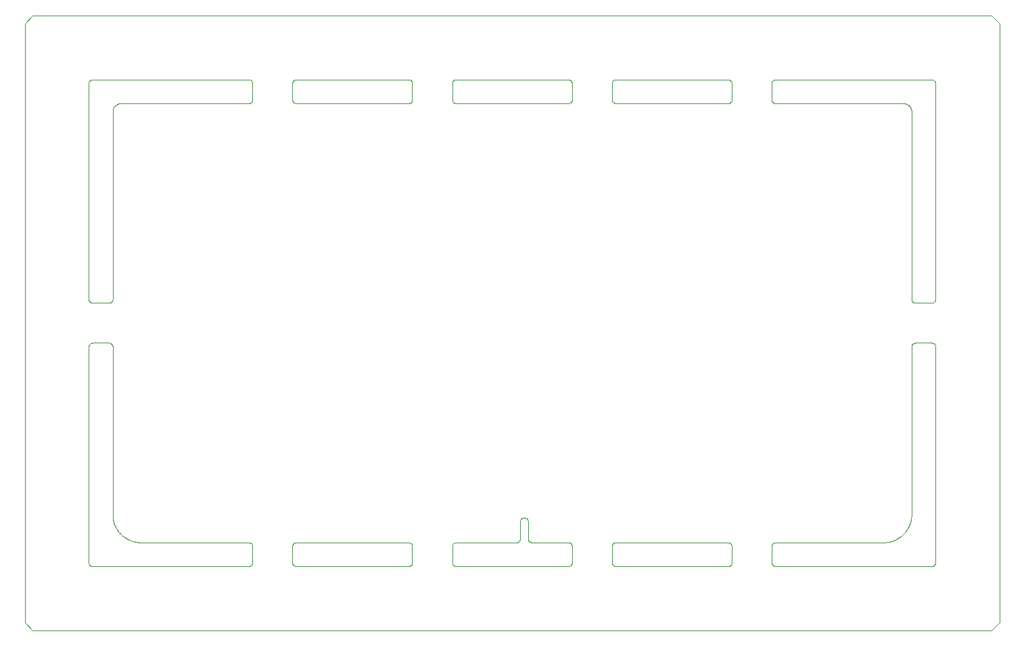
<source format=gm1>
G04 #@! TF.GenerationSoftware,KiCad,Pcbnew,(6.0.8-1)-1*
G04 #@! TF.CreationDate,2022-10-18T17:53:05-07:00*
G04 #@! TF.ProjectId,CRMHJN_capable_carrier,43524d48-4a4e-45f6-9361-7061626c655f,rev?*
G04 #@! TF.SameCoordinates,Original*
G04 #@! TF.FileFunction,Profile,NP*
%FSLAX46Y46*%
G04 Gerber Fmt 4.6, Leading zero omitted, Abs format (unit mm)*
G04 Created by KiCad (PCBNEW (6.0.8-1)-1) date 2022-10-18 17:53:05*
%MOMM*%
%LPD*%
G01*
G04 APERTURE LIST*
G04 #@! TA.AperFunction,Profile*
%ADD10C,0.100000*%
G04 #@! TD*
G04 APERTURE END LIST*
D10*
X11010766Y-11854604D02*
X11010731Y-11854855D01*
X998233Y-76998652D02*
X998666Y-76998883D01*
X88497637Y-8441971D02*
X88499406Y-8465956D01*
X48497637Y-10558499D02*
X48494693Y-10582369D01*
X28490582Y-66391251D02*
X28494694Y-66414946D01*
X33509418Y-8394406D02*
X33514687Y-8370940D01*
X28500000Y-10510086D02*
X28499406Y-10534252D01*
X53738091Y-8069715D02*
X53759017Y-8057861D01*
X93870940Y-8014687D02*
X93894406Y-8009418D01*
X48494693Y-10582369D02*
X48490581Y-10606065D01*
X68219500Y-8047047D02*
X68240982Y-8057861D01*
X53965997Y-65999951D02*
X53990164Y-65999360D01*
X110466769Y-64356662D02*
X110466905Y-64356449D01*
X8037301Y-35697513D02*
X8028646Y-35675075D01*
X53537301Y-8302486D02*
X53547047Y-8280499D01*
X28373061Y-10839273D02*
X28356477Y-10856692D01*
X61907288Y-65789846D02*
X61916554Y-65776364D01*
X110263869Y-64647081D02*
X110271311Y-64637467D01*
X4167Y-994836D02*
X2805Y-996266D01*
X33521101Y-10652525D02*
X33514687Y-10629346D01*
X113985312Y-68629059D02*
X113978897Y-68652238D01*
X11848592Y-64784503D02*
X11958978Y-64906684D01*
X28485314Y-66367786D02*
X28490582Y-66391251D01*
X88175075Y-66028646D02*
X88197513Y-66037301D01*
X111439360Y-41002362D02*
X111463344Y-41000593D01*
X110434867Y-11099659D02*
X110434638Y-11099550D01*
X121997523Y-76003369D02*
X121997835Y-76002990D01*
X10698050Y-41037303D02*
X10720037Y-41047049D01*
X121001333Y-76998883D02*
X121001766Y-76998652D01*
X110195063Y-11019352D02*
X110157662Y-11012649D01*
X73870940Y-68985312D02*
X73847761Y-68978897D01*
X63422068Y-65993712D02*
X63428032Y-65994497D01*
X93717768Y-10918488D02*
X93698106Y-10904640D01*
X61992534Y-65584362D02*
X61993630Y-65578448D01*
X88009870Y-11000994D02*
X73990116Y-11000811D01*
X28417416Y-10782439D02*
X28403567Y-10802102D01*
X8126936Y-35839061D02*
X8111227Y-35820850D01*
X11392797Y-11205627D02*
X11383183Y-11213069D01*
X113978897Y-35652238D02*
X113971353Y-35675075D01*
X8002362Y-35558028D02*
X8000593Y-35534043D01*
X93824924Y-68971353D02*
X93802486Y-68962698D01*
X13628886Y-65889701D02*
X13789284Y-65926922D01*
X10558562Y-41002362D02*
X10582432Y-41005306D01*
X73547047Y-8280499D02*
X73557861Y-8259017D01*
X28500000Y-8490122D02*
X28500000Y-10510086D01*
X113999406Y-8465956D02*
X114000000Y-8490122D01*
X93941971Y-8002362D02*
X93965956Y-8000593D01*
X8217772Y-35917417D02*
X8198109Y-35903569D01*
X8000000Y-8490122D02*
X8000593Y-8465956D01*
X61506547Y-65999656D02*
X61545727Y-65997603D01*
X110388473Y-11078692D02*
X110353187Y-11064597D01*
X113873063Y-35839061D02*
X113856480Y-35856480D01*
X113994693Y-35581897D02*
X113990581Y-35605593D01*
X33717772Y-8082582D02*
X33738091Y-8069715D01*
X11842587Y-11012607D02*
X11842337Y-11012649D01*
X88373063Y-68839061D02*
X88356480Y-68856480D01*
X10741664Y-35942140D02*
X10720182Y-35952953D01*
X1005136Y0D02*
X1004890Y-3D01*
X53759013Y-10942686D02*
X53738087Y-10930831D01*
X62512106Y-62900768D02*
X62512793Y-62900785D01*
X108541681Y-65841229D02*
X108541923Y-65841157D01*
X93547047Y-8280499D02*
X93557861Y-8259017D01*
X48034036Y-10999878D02*
X48009870Y-11000471D01*
X4338Y-994661D02*
X4167Y-994836D01*
X110646463Y-11237239D02*
X110617015Y-11213227D01*
X61976922Y-65649801D02*
X61981568Y-65634116D01*
X8014687Y-41370940D02*
X8021102Y-41347761D01*
X8179149Y-68888772D02*
X8160938Y-68873063D01*
X108210467Y-65926977D02*
X108210715Y-65926922D01*
X113719500Y-68952952D02*
X113697513Y-68962698D01*
X28442138Y-68740982D02*
X28430284Y-68761908D01*
X62006148Y-63325911D02*
X62006285Y-63324999D01*
X33759017Y-68942138D02*
X33738091Y-68930284D01*
X11943034Y-11001764D02*
X11905147Y-11004649D01*
X12362532Y-65271311D02*
X12362734Y-65271464D01*
X63051944Y-65721253D02*
X63054533Y-65726682D01*
X88009877Y-8000000D02*
X88034043Y-8000593D01*
X28034089Y-65997434D02*
X28058072Y-65999206D01*
X33802519Y-66034709D02*
X33824960Y-66026054D01*
X48490581Y-68605593D02*
X48485312Y-68629059D01*
X93870940Y-68985312D02*
X93847761Y-68978897D01*
X113801890Y-35903569D02*
X113782227Y-35917417D01*
X62705074Y-62944672D02*
X62705700Y-62944954D01*
X48058072Y-66001151D02*
X48081940Y-66004097D01*
X53557861Y-8259017D02*
X53569715Y-8238091D01*
X68373063Y-68839061D02*
X68356480Y-68856480D01*
X63185555Y-65888617D02*
X63189153Y-65891341D01*
X63000001Y-65493751D02*
X63000330Y-65506239D01*
X11270960Y-11315733D02*
X11245488Y-11343927D01*
X48320850Y-68888772D02*
X48301890Y-68903569D01*
X14317997Y-65995147D02*
X14318186Y-65995160D01*
X110998867Y-11955429D02*
X110998251Y-11943287D01*
X62050067Y-63183324D02*
X62061270Y-63161471D01*
X113509877Y-36000000D02*
X111488038Y-36000000D01*
X33847756Y-10979184D02*
X33824920Y-10971639D01*
X28339080Y-66123792D02*
X28356497Y-66140375D01*
X48219500Y-8047047D02*
X48240982Y-8057861D01*
X33582582Y-8217772D02*
X33596430Y-8198109D01*
X53514687Y-8370940D02*
X53521102Y-8347761D01*
X73500000Y-66490122D02*
X73500000Y-66490122D01*
X88197509Y-10963695D02*
X88175070Y-10972350D01*
X11000533Y-41490135D02*
X11000000Y-62496829D01*
X68282224Y-10918153D02*
X68261905Y-10931019D01*
X11344117Y-11245320D02*
X11343927Y-11245488D01*
X110786930Y-11383183D02*
X110786772Y-11382984D01*
X8280499Y-8047047D02*
X8302486Y-8037301D01*
X88034043Y-8000593D02*
X88058028Y-8002362D01*
X68320850Y-68888772D02*
X68301890Y-68903569D01*
X33679149Y-68888772D02*
X33660938Y-68873063D01*
X11565132Y-11099659D02*
X11554217Y-11105013D01*
X48403569Y-8198109D02*
X48417417Y-8217772D01*
X62610787Y-62913065D02*
X62611456Y-62913218D01*
X11553991Y-11105128D02*
X11520312Y-11122720D01*
X28240979Y-10942350D02*
X28219496Y-10953163D01*
X68471353Y-8324924D02*
X68478897Y-8347761D01*
X62977091Y-63252477D02*
X62977362Y-63253358D01*
X110997385Y-41490079D02*
X110997981Y-41465914D01*
X63017078Y-65629193D02*
X63017185Y-65629571D01*
X1002426Y-76999924D02*
X1002916Y-76999948D01*
X11623984Y-64494359D02*
X11630929Y-64504338D01*
X1001938Y-76999876D02*
X1002426Y-76999924D01*
X33611240Y-66176554D02*
X33626951Y-66158342D01*
X8394406Y-35990581D02*
X8370940Y-35985312D01*
X110159656Y-64774894D02*
X110263712Y-64647280D01*
X3Y-75995109D02*
X51Y-75997083D01*
X108874597Y-65718605D02*
X108885769Y-65713810D01*
X73780495Y-10953761D02*
X73759013Y-10942948D01*
X11433810Y-11175892D02*
X11423832Y-11182838D01*
X93514687Y-66370940D02*
X93521102Y-66347761D01*
X48219496Y-10953425D02*
X48197509Y-10963171D01*
X93521102Y-68652238D02*
X93514687Y-68629059D01*
X88339061Y-68873063D02*
X88320850Y-68888772D01*
X48430292Y-66236890D02*
X48442145Y-66257815D01*
X48442137Y-10741456D02*
X48430283Y-10762382D01*
X73500593Y-68534043D02*
X73500000Y-68509877D01*
X48471353Y-68675075D02*
X48462698Y-68697513D01*
X1116Y-76001333D02*
X1347Y-76001766D01*
X68301890Y-68903569D02*
X68282227Y-68917417D01*
X111012594Y-35629024D02*
X111007326Y-35605556D01*
X48430284Y-8238091D02*
X48442138Y-8259017D01*
X113994693Y-68581897D02*
X113990581Y-68605593D01*
X110244728Y-11030551D02*
X110244482Y-11030491D01*
X110960404Y-63023964D02*
X110960439Y-63023713D01*
X93509418Y-68605593D02*
X93505306Y-68581897D01*
X73528645Y-10675885D02*
X73521101Y-10653048D01*
X107847773Y-65982523D02*
X107848025Y-65982501D01*
X28339059Y-10873275D02*
X28320848Y-10888984D01*
X11306554Y-11279686D02*
X11279686Y-11306554D01*
X48485314Y-66369732D02*
X48490582Y-66393197D01*
X12352918Y-65263869D02*
X12362532Y-65271311D01*
X53569715Y-8238091D02*
X53582582Y-8217772D01*
X121000436Y-76999281D02*
X121000890Y-76999093D01*
X11001368Y-11949544D02*
X11001285Y-11953909D01*
X28282227Y-8082582D02*
X28301890Y-8096430D01*
X93802486Y-8037301D02*
X93824924Y-8028646D01*
X53611225Y-10821398D02*
X53596429Y-10802438D01*
X62635254Y-62919277D02*
X62658719Y-62926516D01*
X93537301Y-68697513D02*
X93528646Y-68675075D01*
X113942138Y-8259017D02*
X113952952Y-8280499D01*
X10991264Y-35605604D02*
X10985995Y-35629069D01*
X10917955Y-41217778D02*
X10930822Y-41238098D01*
X61945507Y-65726775D02*
X61947530Y-65722740D01*
X113888772Y-8179149D02*
X113903569Y-8198109D01*
X68500000Y-10510610D02*
X68499406Y-10534776D01*
X63015891Y-65624636D02*
X63015939Y-65624826D01*
X33717768Y-10917703D02*
X33698106Y-10903854D01*
X61853343Y-65853619D02*
X61853625Y-65853345D01*
X107683587Y-65995026D02*
X107847773Y-65982523D01*
X11033598Y-11743502D02*
X11030551Y-11755271D01*
X121999589Y-75999504D02*
X121999708Y-75999028D01*
X1000495Y-410D02*
X1000025Y-553D01*
X88417416Y-10783224D02*
X88403567Y-10802887D01*
X28490581Y-8394406D02*
X28494693Y-8418102D01*
X63278746Y-65948055D02*
X63278984Y-65948165D01*
X8082582Y-35782227D02*
X8069715Y-35761908D01*
X8028646Y-35675075D02*
X8021102Y-35652238D01*
X28081897Y-68994693D02*
X28058028Y-68997637D01*
X68356480Y-68856480D02*
X68339061Y-68873063D01*
X28356480Y-68856480D02*
X28339061Y-68873063D01*
X11728535Y-64637265D02*
X11728688Y-64637467D01*
X8324924Y-35971353D02*
X8302486Y-35962698D01*
X109193165Y-65563025D02*
X109203795Y-65557125D01*
X53537305Y-66301837D02*
X53547052Y-66279849D01*
X68452952Y-68719500D02*
X68442138Y-68740982D01*
X110995506Y-62672716D02*
X110995508Y-62672527D01*
X53824920Y-10971901D02*
X53802481Y-10963245D01*
X73679149Y-68888772D02*
X73660938Y-68873063D01*
X121999093Y-76000890D02*
X121999281Y-76000436D01*
X48485312Y-8370940D02*
X48490581Y-8394406D01*
X73941971Y-68997637D02*
X73918102Y-68994693D01*
X11306735Y-11279509D02*
X11306554Y-11279686D01*
X73500593Y-66465956D02*
X73502362Y-66441971D01*
X8465956Y-68999406D02*
X8441971Y-68997637D01*
X121002187Y-76998400D02*
X121002595Y-76998127D01*
X93596430Y-66198109D02*
X93611227Y-66179149D01*
X61797629Y-65901637D02*
X61797786Y-65901519D01*
X10675611Y-41028647D02*
X10698050Y-41037303D01*
X28471353Y-68675075D02*
X28462698Y-68697513D01*
X88462698Y-68697513D02*
X88452952Y-68719500D01*
X53547047Y-68719500D02*
X53537301Y-68697513D01*
X28129098Y-66011536D02*
X28152275Y-66017952D01*
X88500000Y-10510872D02*
X88500000Y-10510872D01*
X113719500Y-41047047D02*
X113740982Y-41057861D01*
X88403567Y-10802887D02*
X88388771Y-10821847D01*
X11848425Y-64784313D02*
X11848592Y-64784503D01*
X10953633Y-35719508D02*
X10942820Y-35740990D01*
X113994693Y-41418102D02*
X113997637Y-41441971D01*
X93759017Y-66057861D02*
X93780499Y-66047047D01*
X113740982Y-41057861D02*
X113761908Y-41069715D01*
X13290186Y-65784096D02*
X13290425Y-65784181D01*
X121999876Y-1001938D02*
X121999804Y-1001452D01*
X73965950Y-11000217D02*
X73941965Y-10998448D01*
X93679149Y-66111227D02*
X93698109Y-66096430D01*
X113605593Y-8009418D02*
X113629059Y-8014687D01*
X10930822Y-41238098D02*
X10942676Y-41259024D01*
X93521102Y-66347761D02*
X93528646Y-66324924D01*
X63189311Y-65891458D02*
X63222385Y-65915487D01*
X63015939Y-65624826D02*
X63017078Y-65629193D01*
X63161963Y-65868101D02*
X63162104Y-65868238D01*
X109494149Y-65376157D02*
X109494359Y-65376015D01*
X28129059Y-68985312D02*
X28105593Y-68990581D01*
X28009924Y-65996839D02*
X28034089Y-65997434D01*
X68282227Y-8082582D02*
X68301890Y-8096430D01*
X61994497Y-65571967D02*
X61994528Y-65571707D01*
X48500000Y-66488907D02*
X48500000Y-68509877D01*
X63370888Y-65982861D02*
X63376737Y-65984265D01*
X8160938Y-41126936D02*
X8179149Y-41111227D01*
X73738091Y-8069715D02*
X73759017Y-8057861D01*
X33847761Y-8021102D02*
X33870940Y-8014687D01*
X111177050Y-35888760D02*
X111158839Y-35873050D01*
X93582582Y-8217772D02*
X93596430Y-8198109D01*
X113999406Y-68534043D02*
X113997637Y-68558028D01*
X12505850Y-65376157D02*
X12643337Y-65466769D01*
X88373063Y-66160938D02*
X88388772Y-66179149D01*
X111026550Y-35675043D02*
X111019007Y-35652204D01*
X63421551Y-65993630D02*
X63422068Y-65993712D01*
X108035982Y-65958563D02*
X108035982Y-65958563D01*
X110399880Y-11083583D02*
X110388707Y-11078789D01*
X110305356Y-11047909D02*
X110305116Y-11047830D01*
X113820850Y-68888772D02*
X113801890Y-68903569D01*
X88240982Y-8057861D02*
X88261908Y-8069715D01*
X93626934Y-10840132D02*
X93611225Y-10821921D01*
X68339061Y-8126936D02*
X68356480Y-8143519D01*
X73918102Y-8005306D02*
X73941971Y-8002362D01*
X93500593Y-68534043D02*
X93500000Y-68509877D01*
X62188911Y-63009356D02*
X62208485Y-62994528D01*
X1599Y-997812D02*
X1347Y-998233D01*
X121999708Y-1000971D02*
X121999589Y-1000495D01*
X33596442Y-66195514D02*
X33611240Y-66176554D01*
X62229352Y-62980322D02*
X62250306Y-62967518D01*
X63010191Y-65599300D02*
X63010984Y-65603744D01*
X33759045Y-66055266D02*
X33780530Y-66044454D01*
X48490582Y-66393197D02*
X48494694Y-66416891D01*
X33611225Y-10821136D02*
X33596429Y-10802176D01*
X33514687Y-10629346D02*
X33509418Y-10605880D01*
X73582582Y-8217772D02*
X73596430Y-8198109D01*
X53500593Y-66465316D02*
X53502362Y-66441330D01*
X63000330Y-65506239D02*
X63000340Y-65506500D01*
X110263712Y-64647280D02*
X110263869Y-64647081D01*
X61901418Y-65797707D02*
X61901540Y-65797553D01*
X11565361Y-11099550D02*
X11565132Y-11099659D01*
X113761908Y-41069715D02*
X113782227Y-41082582D01*
X61552506Y-65997059D02*
X61558469Y-65996274D01*
X33679146Y-10889058D02*
X33660935Y-10873349D01*
X109345915Y-65473468D02*
X109346132Y-65473336D01*
X61599300Y-65989808D02*
X61603744Y-65989015D01*
X11099550Y-11565361D02*
X11083686Y-11599888D01*
X88403569Y-66198109D02*
X88417417Y-66217772D01*
X68009944Y-65999933D02*
X68034107Y-66000529D01*
X12964376Y-65644960D02*
X13113998Y-65713707D01*
X53502362Y-10558577D02*
X53500593Y-10534592D01*
X48261908Y-68930284D02*
X48240982Y-68942138D01*
X62984013Y-63276996D02*
X62989450Y-63300816D01*
X53557861Y-68740982D02*
X53547047Y-68719500D01*
X8160938Y-8126936D02*
X8179149Y-8111227D01*
X88356480Y-8143519D02*
X88373063Y-8160938D01*
X63003763Y-65558728D02*
X63010158Y-65599107D01*
X73502362Y-66441971D02*
X73505306Y-66418102D01*
X62866463Y-63060760D02*
X62882712Y-63079172D01*
X28219500Y-8047047D02*
X28240982Y-8057861D01*
X11000080Y-62503169D02*
X11004331Y-62670939D01*
X113903569Y-41198109D02*
X113917417Y-41217772D01*
X88388772Y-68820850D02*
X88373063Y-68839061D01*
X88417417Y-8217772D02*
X88430284Y-8238091D01*
X28494693Y-10582107D02*
X28490581Y-10605804D01*
X11005902Y-11892799D02*
X11004672Y-11904895D01*
X73611225Y-10821660D02*
X73596429Y-10802700D01*
X61703505Y-65956600D02*
X61707566Y-65954631D01*
X110293515Y-11044191D02*
X110293273Y-11044118D01*
X63000340Y-65506500D02*
X63002396Y-65545727D01*
X73505306Y-66418102D02*
X73509418Y-66394406D01*
X11476494Y-11148142D02*
X11476277Y-11148273D01*
X121999446Y-75999974D02*
X121999589Y-75999504D01*
X68339061Y-68873063D02*
X68320850Y-68888772D01*
X113952952Y-35719500D02*
X113942138Y-35740982D01*
X110784181Y-63709574D02*
X110837438Y-63553764D01*
X8021102Y-41347761D02*
X8028646Y-41324924D01*
X61868193Y-65838125D02*
X61868326Y-65837982D01*
X1599Y-76002187D02*
X1872Y-76002595D01*
X33942016Y-65999779D02*
X33966003Y-65998012D01*
X28081897Y-8005306D02*
X28105593Y-8009418D01*
X121999093Y-999109D02*
X121998883Y-998666D01*
X68478901Y-66347706D02*
X68485314Y-66370883D01*
X61493705Y-65999996D02*
X61506285Y-65999667D01*
X120998061Y-123D02*
X120997573Y-75D01*
X93509418Y-8394406D02*
X93514687Y-8370940D01*
X10918098Y-35782234D02*
X10904250Y-35801896D01*
X109647280Y-65263712D02*
X109774894Y-65159656D01*
X28497637Y-66438814D02*
X28499406Y-66462797D01*
X11554217Y-11105013D02*
X11553991Y-11105128D01*
X113942138Y-35740982D02*
X113930284Y-35761908D01*
X11004957Y-62683335D02*
X11004973Y-62683587D01*
X33802486Y-68962698D02*
X33780499Y-68952952D01*
X62437904Y-62904488D02*
X62462338Y-62902043D01*
X11004973Y-62683587D02*
X11017476Y-62847773D01*
X63376737Y-65984265D02*
X63376992Y-65984323D01*
X93802481Y-10963769D02*
X93780495Y-10954023D01*
X53824924Y-8028646D02*
X53847761Y-8021102D01*
X73569714Y-10762718D02*
X73557860Y-10741792D01*
X28403569Y-8198109D02*
X28417417Y-8217772D01*
X110824107Y-11433810D02*
X110817161Y-11423832D01*
X62996942Y-63350508D02*
X62998768Y-63374824D01*
X73824924Y-66028646D02*
X73847761Y-66021102D01*
X88500000Y-68509877D02*
X88499406Y-68534043D01*
X110958563Y-63035982D02*
X110960404Y-63023964D01*
X8179149Y-8111227D02*
X8198109Y-8096430D01*
X110400111Y-11083686D02*
X110399880Y-11083583D01*
X10857161Y-35856484D02*
X10839742Y-35873067D01*
X62133923Y-63060330D02*
X62151069Y-63042751D01*
X11442874Y-64203795D02*
X11443000Y-64204015D01*
X108198558Y-65929424D02*
X108210467Y-65926977D01*
X10762590Y-35930286D02*
X10741664Y-35942140D01*
X93557861Y-68740982D02*
X93547047Y-68719500D01*
X63473580Y-65999126D02*
X63474102Y-65999154D01*
X48339080Y-66125738D02*
X48356497Y-66142321D01*
X110916313Y-11599888D02*
X110900449Y-11565361D01*
X61973837Y-65658907D02*
X61975371Y-65654662D01*
X93521101Y-10653310D02*
X93514687Y-10630131D01*
X110718702Y-63874363D02*
X110779782Y-63721450D01*
X109356662Y-65466769D02*
X109494149Y-65376157D01*
X113801890Y-41096430D02*
X113820850Y-41111227D01*
X1347Y-998233D02*
X1116Y-998666D01*
X68152290Y-66021051D02*
X68175124Y-66028597D01*
X48442138Y-8259017D02*
X48452952Y-8280499D01*
X998233Y-1347D02*
X997812Y-1599D01*
X88034036Y-11000402D02*
X88009870Y-11000994D01*
X88034043Y-68999406D02*
X88009877Y-69000000D01*
X11520089Y-11122840D02*
X11509459Y-11128740D01*
X33537301Y-8302486D02*
X33547047Y-8280499D01*
X93679146Y-10889843D02*
X93660935Y-10874134D01*
X53941971Y-68997637D02*
X53918102Y-68994693D01*
X11039595Y-63023964D02*
X11041436Y-63035982D01*
X51Y-75997083D02*
X75Y-75997573D01*
X93660938Y-68873063D02*
X93643519Y-68856480D01*
X28373078Y-66157793D02*
X28388786Y-66176004D01*
X53521101Y-10652787D02*
X53514687Y-10629608D01*
X68301922Y-66096387D02*
X68320879Y-66111184D01*
X61871368Y-65834647D02*
X61871627Y-65834352D01*
X63227556Y-65919045D02*
X63227995Y-65919330D01*
X28105593Y-8009418D02*
X28129059Y-8014687D01*
X109203795Y-65557125D02*
X109204015Y-65556999D01*
X113839061Y-35873063D02*
X113820850Y-35888772D01*
X48152233Y-10979370D02*
X48129054Y-10985785D01*
X63054533Y-65726682D02*
X63054771Y-65727148D01*
X48452957Y-66279296D02*
X48462702Y-66301282D01*
X93626936Y-66160938D02*
X93643519Y-66143519D01*
X113856480Y-35856480D02*
X113839061Y-35873063D01*
X11355039Y-64035623D02*
X11355148Y-64035852D01*
X113985312Y-35629059D02*
X113978897Y-35652238D01*
X28320850Y-8111227D02*
X28339061Y-8126936D01*
X61814748Y-65888371D02*
X61818160Y-65885417D01*
X11047909Y-11694643D02*
X11047830Y-11694883D01*
X8441971Y-68997637D02*
X8418102Y-68994693D01*
X111463344Y-41000593D02*
X111487508Y-41000000D01*
X113952952Y-41280499D02*
X113962698Y-41302486D01*
X62897945Y-63098273D02*
X62912280Y-63118212D01*
X68373061Y-10839797D02*
X68356477Y-10857215D01*
X61853625Y-65853345D02*
X61856795Y-65850133D01*
X93505306Y-8418102D02*
X93509418Y-8394406D01*
X121005338Y-76995661D02*
X121995661Y-76005338D01*
X11743257Y-11033665D02*
X11706726Y-11044118D01*
X63428292Y-65994528D02*
X63467330Y-65998631D01*
X8238091Y-41069715D02*
X8259017Y-41057861D01*
X113782227Y-35917417D02*
X113761908Y-35930284D01*
X11162482Y-63553523D02*
X11162561Y-63553764D01*
X33500593Y-8465956D02*
X33502362Y-8441971D01*
X113888772Y-41179149D02*
X113903569Y-41198109D01*
X8037301Y-8302486D02*
X8047047Y-8280499D01*
X48301890Y-8096430D02*
X48320850Y-8111227D01*
X88478897Y-68652238D02*
X88471353Y-68675075D01*
X13290425Y-65784181D02*
X13446235Y-65837438D01*
X110889701Y-63371113D02*
X110926922Y-63210715D01*
X113903569Y-35801890D02*
X113888772Y-35820850D01*
X61954741Y-65707620D02*
X61956604Y-65703509D01*
X12953006Y-65639383D02*
X12953232Y-65639497D01*
X73918102Y-68994693D02*
X73894406Y-68990581D01*
X109784313Y-65151574D02*
X109784503Y-65151407D01*
X8009418Y-41394406D02*
X8014687Y-41370940D01*
X8143519Y-41143519D02*
X8160938Y-41126936D01*
X48452952Y-68719500D02*
X48442138Y-68740982D01*
X33738087Y-10930570D02*
X33717768Y-10917703D01*
X48462702Y-66301282D02*
X48471357Y-66323719D01*
X11631077Y-64504544D02*
X11728535Y-64637265D01*
X63092824Y-65790007D02*
X63095453Y-65793676D01*
X93500000Y-66490122D02*
X93500593Y-66465956D01*
X28452952Y-68719500D02*
X28442138Y-68740982D01*
X62960298Y-63206340D02*
X62969270Y-63229199D01*
X28485312Y-8370940D02*
X28490581Y-8394406D01*
X88485312Y-10630055D02*
X88478897Y-10653234D01*
X111093831Y-41198088D02*
X111108628Y-41179130D01*
X63002413Y-65545989D02*
X63002885Y-65551985D01*
X11041436Y-63035982D02*
X11041478Y-63036232D01*
X33824920Y-10971639D02*
X33802481Y-10962984D01*
X10963379Y-35697522D02*
X10953633Y-35719508D01*
X61856795Y-65850133D02*
X61856932Y-65849992D01*
X61545989Y-65997586D02*
X61551985Y-65997114D01*
X48301890Y-68903569D02*
X48282227Y-68917417D01*
X110784096Y-63709813D02*
X110784181Y-63709574D01*
X93802486Y-66037301D02*
X93824924Y-66028646D01*
X11905147Y-11004649D02*
X11904895Y-11004672D01*
X93557861Y-66259017D02*
X93569715Y-66238091D01*
X61551985Y-65997114D02*
X61552506Y-65997059D01*
X1000971Y-76999708D02*
X1001452Y-76999804D01*
X88403569Y-68801890D02*
X88388772Y-68820850D01*
X8394406Y-41009418D02*
X8418102Y-41005306D01*
X12964147Y-65644851D02*
X12964376Y-65644960D01*
X120997083Y-76999948D02*
X120997573Y-76999924D01*
X11148273Y-11476277D02*
X11148142Y-11476494D01*
X110994097Y-11892799D02*
X110994069Y-11892548D01*
X88219500Y-8047047D02*
X88240982Y-8057861D01*
X110952090Y-11694643D02*
X110939800Y-11658688D01*
X61545727Y-65997603D02*
X61545989Y-65997586D01*
X8021102Y-35652238D02*
X8014687Y-35629059D01*
X8143519Y-8143519D02*
X8160938Y-8126936D01*
X63035768Y-65684922D02*
X63035872Y-65685163D01*
X8009418Y-68605593D02*
X8005306Y-68581897D01*
X88058022Y-10998633D02*
X88034036Y-11000402D01*
X63092711Y-65789846D02*
X63092824Y-65790007D01*
X53679149Y-68888772D02*
X53660938Y-68873063D01*
X88430284Y-68761908D02*
X88417417Y-68782227D01*
X113740982Y-68942138D02*
X113719500Y-68952952D01*
X73596430Y-8198109D02*
X73611227Y-8179149D01*
X68373063Y-8160938D02*
X68388772Y-8179149D01*
X68282262Y-66082538D02*
X68301922Y-66096387D01*
X53582582Y-8217772D02*
X53596430Y-8198109D01*
X28442138Y-8259017D02*
X28452952Y-8280499D01*
X63078210Y-65768068D02*
X63078310Y-65768237D01*
X33918145Y-66002721D02*
X33942016Y-65999779D01*
X114000000Y-68509877D02*
X113999406Y-68534043D01*
X53521102Y-68652238D02*
X53514687Y-68629059D01*
X113978897Y-68652238D02*
X113971353Y-68675075D01*
X88197513Y-68962698D02*
X88175075Y-68971353D01*
X48240982Y-68942138D02*
X48219500Y-68952952D01*
X8002362Y-41441971D02*
X8005306Y-41418102D01*
X93528645Y-10676146D02*
X93521101Y-10653310D01*
X2805Y-996266D02*
X2805Y-996266D01*
X11154841Y-11465747D02*
X11154704Y-11465960D01*
X68497637Y-68558028D02*
X68494693Y-68581897D01*
X61558728Y-65996236D02*
X61599107Y-65989841D01*
X113652238Y-8021102D02*
X113675075Y-8028646D01*
X110305116Y-11047830D02*
X110293515Y-11044191D01*
X88240979Y-10943135D02*
X88219496Y-10953948D01*
X28320871Y-66108083D02*
X28339080Y-66123792D01*
X997812Y-76998400D02*
X998233Y-76998652D01*
X68417431Y-66217726D02*
X68430296Y-66238044D01*
X110998507Y-35534000D02*
X110997915Y-35509833D01*
X11465747Y-11154841D02*
X11434020Y-11175750D01*
X11158842Y-63541923D02*
X11162482Y-63553523D01*
X61993712Y-65577931D02*
X61994497Y-65571967D01*
X113581897Y-68994693D02*
X113558028Y-68997637D01*
X28129054Y-10985523D02*
X28105588Y-10990792D01*
X113697513Y-8037301D02*
X113719500Y-8047047D01*
X11353536Y-11237239D02*
X11353342Y-11237401D01*
X63370382Y-65982726D02*
X63370888Y-65982861D01*
X121998400Y-76002187D02*
X121998652Y-76001766D01*
X110939800Y-11658688D02*
X110939715Y-11658449D01*
X110523505Y-11148142D02*
X110490760Y-11128866D01*
X121997523Y-996630D02*
X121997194Y-996266D01*
X33824924Y-68971353D02*
X33802486Y-68962698D01*
X11220217Y-63721450D02*
X11281297Y-63874363D01*
X93521102Y-8347761D02*
X93528646Y-8324924D01*
X88081897Y-66005306D02*
X88105593Y-66009418D01*
X61874536Y-65830901D02*
X61874661Y-65830750D01*
X10979434Y-41347771D02*
X10985848Y-41370950D01*
X73847761Y-68978897D02*
X73824924Y-68971353D01*
X93990122Y-69000000D02*
X93965956Y-68999406D01*
X68494693Y-8418102D02*
X68497637Y-8441971D01*
X997812Y-1599D02*
X997404Y-1872D01*
X93626936Y-8160938D02*
X93643519Y-8143519D01*
X93643519Y-66143519D02*
X93660938Y-66126936D01*
X68339059Y-10873799D02*
X68320848Y-10889508D01*
X10995228Y-41418113D02*
X10998172Y-41441983D01*
X33596429Y-10802176D02*
X33582581Y-10782513D01*
X48175075Y-8028646D02*
X48197513Y-8037301D01*
X10741519Y-41057863D02*
X10762445Y-41069717D01*
X111158839Y-35873050D02*
X111141420Y-35856464D01*
X61707566Y-65954631D02*
X61707742Y-65954543D01*
X8069715Y-35761908D02*
X8057861Y-35740982D01*
X8021102Y-8347761D02*
X8028646Y-8324924D01*
X11110358Y-63371359D02*
X11113405Y-63383129D01*
X8418102Y-8005306D02*
X8441971Y-8002362D01*
X88058028Y-68997637D02*
X88034043Y-68999406D01*
X62001259Y-63374765D02*
X62003094Y-63350277D01*
X62006285Y-63324999D02*
X62010549Y-63300816D01*
X62512793Y-62900785D02*
X62537319Y-62902009D01*
X68417417Y-8217772D02*
X68430284Y-8238091D01*
X88219500Y-68952952D02*
X88197513Y-68962698D01*
X3Y-1004890D02*
X0Y-1005136D01*
X111345669Y-35978895D02*
X111322832Y-35971350D01*
X11647048Y-11064506D02*
X11646812Y-11064597D01*
X93505306Y-68581897D02*
X93502362Y-68558028D01*
X73679149Y-8111227D02*
X73698109Y-8096430D01*
X110107200Y-11005902D02*
X110095104Y-11004672D01*
X996630Y-2476D02*
X996266Y-2805D01*
X53547052Y-66279849D02*
X53557867Y-66258366D01*
X11842337Y-11012649D02*
X11804936Y-11019352D01*
X63227995Y-65919330D02*
X63233124Y-65922473D01*
X61999127Y-65526419D02*
X61999154Y-65525898D01*
X73521102Y-68652238D02*
X73514687Y-68629059D01*
X53965956Y-8000593D02*
X53990122Y-8000000D01*
X11955429Y-11001132D02*
X11943287Y-11001748D01*
X73509418Y-8394406D02*
X73514687Y-8370940D01*
X12643550Y-65466905D02*
X12653867Y-65473336D01*
X12505640Y-65376015D02*
X12505850Y-65376157D01*
X28471353Y-10675285D02*
X28462697Y-10697724D01*
X33626951Y-66158342D02*
X33643536Y-66140924D01*
X8047047Y-41280499D02*
X8057861Y-41259017D01*
X88129059Y-8014687D02*
X88152238Y-8021102D01*
X108709574Y-65784181D02*
X108709813Y-65784096D01*
X28219496Y-10953163D02*
X28197509Y-10962909D01*
X68261908Y-68930284D02*
X68240982Y-68942138D01*
X62811010Y-63009252D02*
X62829821Y-63025036D01*
X11436854Y-64192942D02*
X11436974Y-64193165D01*
X121002595Y-1872D02*
X121002187Y-1599D01*
X93502362Y-68558028D02*
X93500593Y-68534043D01*
X62169562Y-63025568D02*
X62188374Y-63009784D01*
X111006811Y-41394369D02*
X111012082Y-41370904D01*
X11360616Y-64046993D02*
X11436854Y-64192942D01*
X88261905Y-10931281D02*
X88240979Y-10943135D01*
X113997637Y-68558028D02*
X113994693Y-68581897D01*
X53802481Y-10963245D02*
X53780495Y-10953499D01*
X111300392Y-35962694D02*
X111278404Y-35952946D01*
X11854855Y-11010731D02*
X11854604Y-11010766D01*
X121998400Y-997812D02*
X121998127Y-997404D01*
X28301913Y-66093286D02*
X28320871Y-66108083D01*
X88388771Y-10821847D02*
X88373061Y-10840059D01*
X93941971Y-68997637D02*
X93918102Y-68994693D01*
X28462698Y-68697513D02*
X28452952Y-68719500D01*
X109046767Y-65639497D02*
X109046993Y-65639383D01*
X110929472Y-63198309D02*
X110958521Y-63036232D01*
X111439885Y-35997637D02*
X111416014Y-35994692D01*
X110889641Y-63371359D02*
X110889701Y-63371113D01*
X11658449Y-11060284D02*
X11647048Y-11064506D01*
X110997915Y-35509833D02*
X110999999Y-12003178D01*
X53514687Y-10629608D02*
X53509418Y-10606142D01*
X33582581Y-10782513D02*
X33569714Y-10762194D01*
X48373063Y-68839061D02*
X48356480Y-68856480D01*
X8021102Y-68652238D02*
X8014687Y-68629059D01*
X63010158Y-65599107D02*
X63010191Y-65599300D01*
X53502362Y-66441330D02*
X53505307Y-66417459D01*
X93918102Y-68994693D02*
X93894406Y-68990581D01*
X110616816Y-11213069D02*
X110607202Y-11205627D01*
X11083583Y-11600119D02*
X11078789Y-11611292D01*
X63002396Y-65545727D02*
X63002413Y-65545989D01*
X113873063Y-68839061D02*
X113856480Y-68856480D01*
X110656072Y-11245488D02*
X110655882Y-11245320D01*
X88261908Y-8069715D02*
X88282227Y-8082582D01*
X33990122Y-69000000D02*
X33965956Y-68999406D01*
X11630929Y-64504338D02*
X11631077Y-64504544D01*
X61603744Y-65989015D02*
X61604129Y-65988938D01*
X33537306Y-66299896D02*
X33547053Y-66277908D01*
X8418102Y-68994693D02*
X8394406Y-68990581D01*
X48240982Y-8057861D02*
X48261908Y-8069715D01*
X11792778Y-11021847D02*
X11792531Y-11021901D01*
X11840343Y-64774894D02*
X11840506Y-64775088D01*
X11001283Y-11954099D02*
X11000685Y-35509889D01*
X121002595Y-76998127D02*
X121002990Y-76997835D01*
X48471353Y-10675547D02*
X48462697Y-10697986D01*
X33780495Y-10953237D02*
X33759013Y-10942424D01*
X75Y-75997573D02*
X123Y-75998061D01*
X8014687Y-35629059D02*
X8009418Y-35605593D01*
X120994863Y0D02*
X1005136Y0D01*
X62938400Y-63160868D02*
X62938729Y-63161471D01*
X113581897Y-41005306D02*
X113605593Y-41009418D01*
X11001644Y-11944615D02*
X11001631Y-11944805D01*
X10629594Y-41014688D02*
X10652774Y-41021102D01*
X11728688Y-64637467D02*
X11736130Y-64647081D01*
X68499406Y-8465956D02*
X68500000Y-8490122D01*
X73557861Y-68740982D02*
X73547047Y-68719500D01*
X61810920Y-65891439D02*
X61814446Y-65888622D01*
X113782227Y-41082582D02*
X113801890Y-41096430D01*
X33611227Y-8179149D02*
X33626936Y-8160938D01*
X48499406Y-66464743D02*
X48500000Y-66488907D01*
X93780499Y-66047047D02*
X93802486Y-66037301D01*
X110851726Y-11476277D02*
X110845295Y-11465960D01*
X113761908Y-8069715D02*
X113782227Y-8082582D01*
X8490122Y-41000000D02*
X10510410Y-41000000D01*
X11658688Y-11060199D02*
X11658449Y-11060284D01*
X93528646Y-66324924D02*
X93537301Y-66302486D01*
X48373078Y-66159739D02*
X48388786Y-66177950D01*
X8082582Y-8217772D02*
X8096430Y-8198109D01*
X88282227Y-8082582D02*
X88301890Y-8096430D01*
X28240982Y-8057861D02*
X28261908Y-8069715D01*
X63124308Y-65829478D02*
X63124476Y-65829679D01*
X113820850Y-41111227D02*
X113839061Y-41126936D01*
X68500000Y-68509877D02*
X68499406Y-68534043D01*
X121998883Y-998666D02*
X121998652Y-998233D01*
X61699013Y-65958574D02*
X61703148Y-65956765D01*
X62015986Y-63276996D02*
X62022637Y-63253358D01*
X61698832Y-65958651D02*
X61699013Y-65958574D01*
X107848025Y-65982501D02*
X107860120Y-65981271D01*
X53894406Y-68990581D02*
X53870940Y-68985312D01*
X63480107Y-65999312D02*
X63480368Y-65999315D01*
X8394406Y-68990581D02*
X8370940Y-68985312D01*
X53500593Y-68534043D02*
X53500000Y-68509877D01*
X113782227Y-8082582D02*
X113801890Y-8096430D01*
X33502362Y-8441971D02*
X33505306Y-8418102D01*
X68490583Y-66394347D02*
X68494694Y-66418041D01*
X88494693Y-66418102D02*
X88497637Y-66441971D01*
X73509418Y-68605593D02*
X73505306Y-68581897D01*
X48478900Y-66346554D02*
X48485314Y-66369732D01*
X33990170Y-65997421D02*
X48009924Y-65998784D01*
X107503165Y-65999919D02*
X107670939Y-65995668D01*
X93965956Y-8000593D02*
X93990122Y-8000000D01*
X53582581Y-10782775D02*
X53569714Y-10762456D01*
X1872Y-76002595D02*
X2164Y-76002990D01*
X11047830Y-11694883D02*
X11044191Y-11706484D01*
X111416014Y-35994692D02*
X111392316Y-35990580D01*
X53990122Y-69000000D02*
X53965956Y-68999406D01*
X63054771Y-65727148D02*
X63057641Y-65732435D01*
X63326793Y-65968728D02*
X63327041Y-65968812D01*
X108383373Y-65886527D02*
X108541681Y-65841229D01*
X999109Y-76999093D02*
X999563Y-76999281D01*
X68197513Y-8037301D02*
X68219500Y-8047047D01*
X93990116Y-11001073D02*
X93965950Y-11000479D01*
X11611292Y-11078789D02*
X11600119Y-11083583D01*
X113971353Y-35675075D02*
X113962698Y-35697513D01*
X68485314Y-66370883D02*
X68490583Y-66394347D01*
X8302486Y-41037301D02*
X8324924Y-41028646D01*
X62998768Y-63374824D02*
X62999385Y-63399325D01*
X110195312Y-11019400D02*
X110195063Y-11019352D01*
X33738091Y-8069715D02*
X33759017Y-8057861D01*
X997009Y-2164D02*
X996630Y-2476D01*
X11010731Y-11854855D02*
X11005930Y-11892548D01*
X62061599Y-63160868D02*
X62073877Y-63139602D01*
X110055385Y-11001644D02*
X110055195Y-11001631D01*
X33918102Y-68994693D02*
X33894406Y-68990581D01*
X110817014Y-11423626D02*
X110794524Y-11392999D01*
X48339061Y-8126936D02*
X48356480Y-8143519D01*
X93596429Y-10802962D02*
X93582581Y-10783298D01*
X93717772Y-68917417D02*
X93698109Y-68903569D01*
X63133056Y-65839193D02*
X63161963Y-65868101D01*
X61999316Y-65519642D02*
X61999996Y-63412264D01*
X109046993Y-65639383D02*
X109192942Y-65563145D01*
X110987392Y-11842587D02*
X110987392Y-11842587D01*
X110576167Y-11182838D02*
X110566189Y-11175892D01*
X62993894Y-63326190D02*
X62996942Y-63350508D01*
X73759017Y-8057861D02*
X73780499Y-8047047D01*
X113761908Y-35930284D02*
X113740982Y-35942138D01*
X28058028Y-8002362D02*
X28081897Y-8005306D01*
X61683719Y-65964911D02*
X61698832Y-65958651D01*
X88373061Y-10840059D02*
X88356477Y-10857477D01*
X11237239Y-11353536D02*
X11213227Y-11382984D01*
X110845295Y-11465960D02*
X110845158Y-11465747D01*
X48009877Y-8000000D02*
X48034043Y-8000593D01*
X62364417Y-62919379D02*
X62365078Y-62919193D01*
X73596430Y-68801890D02*
X73582582Y-68782227D01*
X53717772Y-68917417D02*
X53698109Y-68903569D01*
X111080483Y-35782205D02*
X111067616Y-35761884D01*
X53502362Y-68558028D02*
X53500593Y-68534043D01*
X93643519Y-68856480D02*
X93626936Y-68839061D01*
X73990122Y-8000000D02*
X88009877Y-8000000D01*
X291Y-75999028D02*
X410Y-75999504D01*
X121002990Y-76997835D02*
X121003369Y-76997523D01*
X11245488Y-11343927D02*
X11245320Y-11344117D01*
X48197509Y-10963171D02*
X48175070Y-10971826D01*
X61956604Y-65703509D02*
X61956759Y-65703148D01*
X121003733Y-76997194D02*
X121005163Y-76995832D01*
X28152238Y-68978897D02*
X28129059Y-68985312D01*
X11943287Y-11001748D02*
X11943034Y-11001764D01*
X61943145Y-65731075D02*
X61945324Y-65727123D01*
X62317876Y-62935016D02*
X62340951Y-62926617D01*
X1002426Y-75D02*
X1001938Y-123D01*
X120994863Y-77000000D02*
X120995109Y-76999996D01*
X48356497Y-66142321D02*
X48373078Y-66159739D01*
X8302486Y-8037301D02*
X8324924Y-8028646D01*
X63018495Y-65633890D02*
X63018554Y-65634078D01*
X8143519Y-35856480D02*
X8126936Y-35839061D01*
X110960439Y-63023713D02*
X110981242Y-62860372D01*
X63165357Y-65871366D02*
X63165645Y-65871633D01*
X48500000Y-8490122D02*
X48500000Y-10510348D01*
X73643519Y-8143519D02*
X73660938Y-8126936D01*
X8111227Y-8179149D02*
X8126936Y-8160938D01*
X88301890Y-8096430D02*
X88320850Y-8111227D01*
X13976286Y-65960439D02*
X14139627Y-65981242D01*
X28034043Y-8000593D02*
X28058028Y-8002362D01*
X121999708Y-75999028D02*
X121999804Y-75998547D01*
X8179149Y-41111227D02*
X8198109Y-41096430D01*
X108541923Y-65841157D02*
X108553523Y-65837517D01*
X13616870Y-65886594D02*
X13628640Y-65889641D01*
X113856480Y-41143519D02*
X113873063Y-41160938D01*
X110969508Y-11755517D02*
X110969448Y-11755271D01*
X68471358Y-66324871D02*
X68478901Y-66347706D01*
X93780499Y-8047047D02*
X93802486Y-8037301D01*
X8259017Y-8057861D02*
X8280499Y-8047047D01*
X28499406Y-10534252D02*
X28497637Y-10558238D01*
X68485312Y-8370940D02*
X68490581Y-8394406D01*
X110466905Y-64356449D02*
X110473336Y-64346132D01*
X73502362Y-68558028D02*
X73500593Y-68534043D01*
X73847761Y-66021102D02*
X73870940Y-66014687D01*
X110244482Y-11030491D02*
X110207468Y-11021901D01*
X88490581Y-8394406D02*
X88494693Y-8418102D01*
X68462697Y-10698248D02*
X68452951Y-10720235D01*
X68452960Y-66280449D02*
X68462704Y-66302434D01*
X93582581Y-10783298D02*
X93569714Y-10762980D01*
X997404Y-76998127D02*
X997812Y-76998400D01*
X28388772Y-8179149D02*
X28403569Y-8198109D01*
X33626936Y-68839061D02*
X33611227Y-68820850D01*
X11001285Y-11953909D02*
X11001283Y-11954099D01*
X88494693Y-68581897D02*
X88490581Y-68605593D01*
X109035852Y-65644851D02*
X109046767Y-65639497D01*
X33894400Y-10990868D02*
X33870935Y-10985598D01*
X68219544Y-66047001D02*
X68241023Y-66057816D01*
X107860120Y-65981271D02*
X107860372Y-65981242D01*
X14139879Y-65981271D02*
X14151974Y-65982501D01*
X1004890Y-76999996D02*
X1005136Y-77000000D01*
X110779873Y-63721214D02*
X110784096Y-63709813D01*
X11476277Y-11148273D02*
X11465960Y-11154704D01*
X110877159Y-11520089D02*
X110871259Y-11509459D01*
X53698109Y-68903569D02*
X53679149Y-68888772D01*
X61793995Y-65904314D02*
X61797629Y-65901637D01*
X113985312Y-41370940D02*
X113990581Y-41394406D01*
X28417417Y-8217772D02*
X28430284Y-8238091D01*
X68261946Y-66069671D02*
X68282262Y-66082538D01*
X48485312Y-68629059D02*
X48478897Y-68652238D01*
X110369070Y-64504338D02*
X110376015Y-64494359D01*
X68417416Y-10782962D02*
X68403567Y-10802626D01*
X11213069Y-11383183D02*
X11205627Y-11392797D01*
X113534043Y-35999406D02*
X113509877Y-36000000D01*
X62969270Y-63229199D02*
X62977091Y-63252477D01*
X68462704Y-66302434D02*
X68471358Y-66324871D01*
X48494693Y-8418102D02*
X48497637Y-8441971D01*
X73521102Y-66347761D02*
X73528646Y-66324924D01*
X53894442Y-66008771D02*
X53918139Y-66004661D01*
X88152238Y-8021102D02*
X88175075Y-8028646D01*
X62949932Y-63183324D02*
X62960031Y-63205707D01*
X11205627Y-11392797D02*
X11205475Y-11392999D01*
X88462697Y-10698510D02*
X88452951Y-10720497D01*
X88471353Y-68675075D02*
X88462698Y-68697513D01*
X48356477Y-10856953D02*
X48339059Y-10873537D01*
X994836Y-4167D02*
X994661Y-4338D01*
X93643519Y-8143519D02*
X93660938Y-8126936D01*
X8441971Y-35997637D02*
X8418102Y-35994693D01*
X61558469Y-65996274D02*
X61558469Y-65996274D01*
X33698109Y-8096430D02*
X33717772Y-8082582D01*
X906Y-76000890D02*
X1116Y-76001333D01*
X113605593Y-35990581D02*
X113581897Y-35994693D01*
X93780495Y-10954023D02*
X93759013Y-10943209D01*
X4338Y-76005338D02*
X994661Y-76995661D01*
X997009Y-76997835D02*
X997404Y-76998127D01*
X113697513Y-68962698D02*
X113675075Y-68971353D01*
X110955881Y-11706726D02*
X110955808Y-11706484D01*
X68105593Y-68990581D02*
X68081897Y-68994693D01*
X28471353Y-8324924D02*
X28478897Y-8347761D01*
X11012649Y-11842337D02*
X11012607Y-11842587D01*
X113605593Y-41009418D02*
X113629059Y-41014687D01*
X28009870Y-11000209D02*
X12003168Y-11000000D01*
X48009924Y-65998784D02*
X48034089Y-65999380D01*
X63314836Y-65964127D02*
X63315077Y-65964231D01*
X33505306Y-10582184D02*
X33502362Y-10558315D01*
X88129059Y-68985312D02*
X88105593Y-68990581D01*
X48499406Y-10534514D02*
X48497637Y-10558499D01*
X53802486Y-8037301D02*
X53824924Y-8028646D01*
X110693445Y-11279686D02*
X110693264Y-11279509D01*
X51Y-1002916D02*
X3Y-1004890D01*
X62340951Y-62926617D02*
X62364417Y-62919379D01*
X110989233Y-11854604D02*
X110987392Y-11842587D01*
X28499406Y-8465956D02*
X28500000Y-8490122D01*
X110987350Y-11842337D02*
X110980647Y-11804936D01*
X10534576Y-41000593D02*
X10558562Y-41002362D01*
X28175070Y-10971565D02*
X28152233Y-10979108D01*
X28452952Y-8280499D02*
X28462698Y-8302486D01*
X48261908Y-8069715D02*
X48282227Y-8082582D01*
X123Y-1001938D02*
X75Y-1002426D01*
X121998127Y-997404D02*
X121997835Y-997009D01*
X10991117Y-41394417D02*
X10995228Y-41418113D01*
X1116Y-998666D02*
X906Y-999109D01*
X11182985Y-11423626D02*
X11182838Y-11423832D01*
X63278984Y-65948165D02*
X63314836Y-65964127D01*
X28081891Y-10994903D02*
X28058022Y-10997847D01*
X33596430Y-68801890D02*
X33582582Y-68782227D01*
X12215496Y-65151407D02*
X12215686Y-65151574D01*
X11017498Y-62848025D02*
X11018728Y-62860120D01*
X73847756Y-10979707D02*
X73824920Y-10972163D01*
X110556999Y-64204015D02*
X110557125Y-64203795D01*
X8302486Y-68962698D02*
X8280499Y-68952952D01*
X110845158Y-11465747D02*
X110824249Y-11434020D01*
X73537301Y-66302486D02*
X73547047Y-66280499D01*
X121999804Y-1001452D02*
X121999708Y-1000971D01*
X48388772Y-8179149D02*
X48403569Y-8198109D01*
X996266Y-76997194D02*
X996630Y-76997523D01*
X62003094Y-63350277D02*
X62006148Y-63325911D01*
X88339059Y-10874061D02*
X88320848Y-10889770D01*
X48152275Y-66019898D02*
X48175110Y-66027443D01*
X93738091Y-8069715D02*
X93759017Y-8057861D01*
X73626934Y-10839871D02*
X73611225Y-10821660D01*
X11955682Y-11001123D02*
X11955429Y-11001132D01*
X88320850Y-66111227D02*
X88339061Y-66126936D01*
X62882712Y-63079172D02*
X62897945Y-63098273D01*
X109035623Y-65644960D02*
X109035852Y-65644851D01*
X8005306Y-35581897D02*
X8002362Y-35558028D01*
X11792531Y-11021901D02*
X11755517Y-11030491D01*
X111195509Y-41096420D02*
X111215171Y-41082573D01*
X88499406Y-66465956D02*
X88500000Y-66490122D01*
X73643517Y-10857289D02*
X73626934Y-10839871D01*
X63321123Y-65966720D02*
X63326793Y-65968728D01*
X61744167Y-65935983D02*
X61744399Y-65935862D01*
X73894406Y-8009418D02*
X73918102Y-8005306D01*
X28462702Y-66299336D02*
X28471357Y-66321774D01*
X0Y-1005136D02*
X0Y-75994863D01*
X11355148Y-64035852D02*
X11360502Y-64046767D01*
X113534043Y-41000593D02*
X113558028Y-41002362D01*
X62562435Y-62904539D02*
X62586717Y-62908199D01*
X93738091Y-68930284D02*
X93717772Y-68917417D01*
X73514687Y-68629059D02*
X73509418Y-68605593D01*
X73870935Y-10986122D02*
X73847756Y-10979707D01*
X11281297Y-63874363D02*
X11281394Y-63874597D01*
X121003369Y-2476D02*
X121002990Y-2164D01*
X33582592Y-66215178D02*
X33596442Y-66195514D01*
X68009870Y-11000733D02*
X53990116Y-11000549D01*
X110684452Y-11271133D02*
X110684266Y-11270960D01*
X28494693Y-8418102D02*
X28497637Y-8441971D01*
X110966401Y-11743502D02*
X110966334Y-11743257D01*
X8179149Y-35888772D02*
X8160938Y-35873063D01*
X28478897Y-10652449D02*
X28471353Y-10675285D01*
X93528646Y-68675075D02*
X93521102Y-68652238D01*
X93547047Y-66280499D02*
X93557861Y-66259017D01*
X93679149Y-8111227D02*
X93698109Y-8096430D01*
X61998656Y-65532397D02*
X61999127Y-65526419D01*
X28058028Y-68997637D02*
X28034043Y-68999406D01*
X88105588Y-10991577D02*
X88081891Y-10995689D01*
X93596430Y-8198109D02*
X93611227Y-8179149D01*
X68301890Y-8096430D02*
X68320850Y-8111227D01*
X61558469Y-65996274D02*
X61558728Y-65996236D01*
X28356497Y-66140375D02*
X28373078Y-66157793D01*
X33738118Y-66067120D02*
X33759045Y-66055266D01*
X110999919Y-11996822D02*
X110998876Y-11955682D01*
X68430284Y-68761908D02*
X68417417Y-68782227D01*
X110786772Y-11382984D02*
X110762760Y-11353536D01*
X53918096Y-10995242D02*
X53894400Y-10991130D01*
X73500000Y-68509877D02*
X73500000Y-66490122D01*
X10889310Y-41179154D02*
X10904107Y-41198115D01*
X73509418Y-10606404D02*
X73505306Y-10582708D01*
X61506285Y-65999667D02*
X61506547Y-65999656D01*
X73660935Y-10873872D02*
X73643517Y-10857289D01*
X48462698Y-68697513D02*
X48452952Y-68719500D01*
X10675757Y-35971354D02*
X10652921Y-35978898D01*
X11030491Y-11755517D02*
X11021901Y-11792531D01*
X8441971Y-41002362D02*
X8465956Y-41000593D01*
X68034107Y-66000529D02*
X68058090Y-66002301D01*
X28282252Y-66079438D02*
X28301913Y-66093286D01*
X28494694Y-66414946D02*
X28497637Y-66438814D01*
X93918096Y-10995765D02*
X93894400Y-10991653D01*
X8441971Y-8002362D02*
X8465956Y-8000593D01*
X110958521Y-63036232D02*
X110958563Y-63035982D01*
X48320871Y-66110029D02*
X48339080Y-66125738D01*
X88009877Y-66000000D02*
X88034043Y-66000593D01*
X68197560Y-66037254D02*
X68219544Y-66047001D01*
X11070575Y-63198558D02*
X11073022Y-63210467D01*
X73660938Y-68873063D02*
X73643519Y-68856480D01*
X108383129Y-65886594D02*
X108383373Y-65886527D01*
X93990122Y-8000000D02*
X113509877Y-8000000D01*
X110999752Y-41441931D02*
X111002698Y-41418063D01*
X93847761Y-66021102D02*
X93870940Y-66014687D01*
X110728866Y-11315547D02*
X110720490Y-11306735D01*
X113581897Y-35994693D02*
X113558028Y-35997637D01*
X88356480Y-68856480D02*
X88339061Y-68873063D01*
X33509418Y-68605593D02*
X33505306Y-68581897D01*
X8490122Y-69000000D02*
X8465956Y-68999406D01*
X33626934Y-10839347D02*
X33611225Y-10821136D01*
X53780495Y-10953499D02*
X53759013Y-10942686D01*
X11465960Y-11154704D02*
X11465747Y-11154841D01*
X93537301Y-8302486D02*
X93547047Y-8280499D01*
X33780499Y-68952952D02*
X33759017Y-68942138D01*
X48356480Y-68856480D02*
X48339061Y-68873063D01*
X93505306Y-10582970D02*
X93502362Y-10559100D01*
X8238091Y-8069715D02*
X8259017Y-8057861D01*
X93870940Y-66014687D02*
X93894406Y-66009418D01*
X110445782Y-11105013D02*
X110434867Y-11099659D01*
X11110298Y-63371113D02*
X11110358Y-63371359D01*
X93894400Y-10991653D02*
X93870935Y-10986384D01*
X61983940Y-65624799D02*
X61983983Y-65624607D01*
X110851857Y-11476494D02*
X110851726Y-11476277D01*
X8111227Y-41179149D02*
X8126936Y-41160938D01*
X110032295Y-64915863D02*
X110032472Y-64915681D01*
X62960031Y-63205707D02*
X62960298Y-63206340D01*
X121000890Y-906D02*
X121000436Y-718D01*
X11073077Y-63210715D02*
X11110298Y-63371113D01*
X61981568Y-65634116D02*
X61981622Y-65633927D01*
X113719500Y-8047047D02*
X113740982Y-8057861D01*
X68081897Y-68994693D02*
X68058028Y-68997637D01*
X48129059Y-8014687D02*
X48152238Y-8021102D01*
X110837517Y-63553523D02*
X110841157Y-63541923D01*
X73514687Y-66370940D02*
X73521102Y-66347761D01*
X110207221Y-11021847D02*
X110195312Y-11019400D01*
X110894871Y-11553991D02*
X110877279Y-11520312D01*
X110095104Y-11004672D02*
X110094852Y-11004649D01*
X999563Y-718D02*
X999109Y-906D01*
X113962698Y-35697513D02*
X113952952Y-35719500D01*
X68219500Y-68952952D02*
X68197513Y-68962698D01*
X62926122Y-63139602D02*
X62938400Y-63160868D01*
X62682446Y-62935133D02*
X62705074Y-62944672D01*
X93528646Y-8324924D02*
X93537301Y-8302486D01*
X73514687Y-10629870D02*
X73509418Y-10606404D01*
X28320848Y-10888984D02*
X28301887Y-10903781D01*
X109356449Y-65466905D02*
X109356662Y-65466769D01*
X113581897Y-8005306D02*
X113605593Y-8009418D01*
X53643519Y-68856480D02*
X53626936Y-68839061D01*
X110713810Y-63885769D02*
X110718605Y-63874597D01*
X63124476Y-65829679D02*
X63128382Y-65834253D01*
X111215674Y-35917408D02*
X111196010Y-35903558D01*
X14327472Y-65995508D02*
X28009924Y-65996839D01*
X48494693Y-68581897D02*
X48490581Y-68605593D01*
X62061270Y-63161471D02*
X62061599Y-63160868D01*
X113839061Y-41126936D02*
X113856480Y-41143519D01*
X88442138Y-66259017D02*
X88452952Y-66280499D01*
X11044191Y-11706484D02*
X11044118Y-11706726D01*
X120999974Y-76999446D02*
X121000436Y-76999281D01*
X73698109Y-66096430D02*
X73717772Y-66082582D01*
X11128740Y-11509459D02*
X11122840Y-11520089D01*
X110762598Y-11353342D02*
X110754679Y-11344117D01*
X10582581Y-35994693D02*
X10558712Y-35997637D01*
X110563025Y-64193165D02*
X110563145Y-64192942D01*
X11237401Y-11353342D02*
X11237239Y-11353536D01*
X53894400Y-10991130D02*
X53870935Y-10985860D01*
X53611238Y-66178495D02*
X53626949Y-66160284D01*
X113962698Y-41302486D02*
X113971353Y-41324924D01*
X11600119Y-11083583D02*
X11599888Y-11083686D01*
X110557125Y-64203795D02*
X110563025Y-64193165D01*
X110565979Y-11175750D02*
X110534252Y-11154841D01*
X48058028Y-8002362D02*
X48081897Y-8005306D01*
X88320850Y-8111227D02*
X88339061Y-8126936D01*
X73626936Y-66160938D02*
X73643519Y-66143519D01*
X73698109Y-8096430D02*
X73717772Y-8082582D01*
X62791534Y-62994500D02*
X62811010Y-63009252D01*
X12795984Y-65556999D02*
X12796204Y-65557125D01*
X63480368Y-65999315D02*
X68009944Y-65999933D01*
X48403567Y-10802364D02*
X48388771Y-10821324D01*
X8082582Y-68782227D02*
X8069715Y-68761908D01*
X68494693Y-68581897D02*
X68490581Y-68605593D01*
X48430284Y-68761908D02*
X48417417Y-68782227D01*
X11064506Y-11647048D02*
X11060284Y-11658449D01*
X121000436Y-718D02*
X120999974Y-553D01*
X48356480Y-8143519D02*
X48373063Y-8160938D01*
X111067116Y-41238066D02*
X111079983Y-41217749D01*
X73569715Y-8238091D02*
X73582582Y-8217772D01*
X68152238Y-68978897D02*
X68129059Y-68985312D01*
X48500000Y-10510348D02*
X48499406Y-10534514D01*
X53509418Y-10606142D02*
X53505306Y-10582446D01*
X11105013Y-11554217D02*
X11099659Y-11565132D01*
X28452957Y-66277350D02*
X28462702Y-66299336D01*
X61947530Y-65722740D02*
X61947616Y-65722564D01*
X28388786Y-66176004D02*
X28403580Y-66194963D01*
X53509418Y-8394406D02*
X53514687Y-8370940D01*
X93918102Y-8005306D02*
X93941971Y-8002362D01*
X33870979Y-66012098D02*
X33894447Y-66006831D01*
X110877279Y-11520312D02*
X110877159Y-11520089D01*
X63012028Y-65608537D02*
X63012072Y-65608729D01*
X109637467Y-65271311D02*
X109647081Y-65263869D01*
X113675075Y-8028646D02*
X113697513Y-8037301D01*
X48388771Y-10821324D02*
X48373061Y-10839535D01*
X48219531Y-66045847D02*
X48241011Y-66056661D01*
X63031271Y-65673206D02*
X63033279Y-65678876D01*
X62611456Y-62913218D02*
X62635254Y-62919277D01*
X108023713Y-65960439D02*
X108023964Y-65960404D01*
X62912799Y-63118973D02*
X62926122Y-63139602D01*
X61793675Y-65904541D02*
X61793995Y-65904314D01*
X68478897Y-8347761D02*
X68485312Y-8370940D01*
X11064597Y-11646812D02*
X11064506Y-11647048D01*
X107683335Y-65995042D02*
X107683587Y-65995026D01*
X8096430Y-35801890D02*
X8082582Y-35782227D01*
X553Y-75999974D02*
X718Y-76000436D01*
X110886527Y-63383373D02*
X110886594Y-63383129D01*
X1001452Y-195D02*
X1000971Y-291D01*
X121002187Y-1599D02*
X121001766Y-1347D01*
X68442138Y-8259017D02*
X68452952Y-8280499D01*
X10999940Y-41465969D02*
X11000533Y-41490135D01*
X48129059Y-68985312D02*
X48105593Y-68990581D01*
X88152238Y-68978897D02*
X88129059Y-68985312D01*
X8324924Y-8028646D02*
X8347761Y-8021102D01*
X53965950Y-10999956D02*
X53941965Y-10998186D01*
X13801690Y-65929472D02*
X13963767Y-65958521D01*
X11001382Y-11949164D02*
X11001368Y-11949544D01*
X110824249Y-11434020D02*
X110824107Y-11433810D01*
X28500000Y-68509877D02*
X28499406Y-68534043D01*
X68356477Y-10857215D02*
X68339059Y-10873799D01*
X63128382Y-65834253D02*
X63128732Y-65834642D01*
X111035205Y-35697483D02*
X111026550Y-35675043D01*
X48388772Y-68820850D02*
X48373063Y-68839061D01*
X110376015Y-64494359D02*
X110376157Y-64494149D01*
X62151069Y-63042751D02*
X62151561Y-63042271D01*
X111256921Y-35942132D02*
X111235994Y-35930276D01*
X88105593Y-66009418D02*
X88129059Y-66014687D01*
X93611227Y-8179149D02*
X93626936Y-8160938D01*
X120999028Y-291D02*
X120998547Y-195D01*
X88497637Y-68558028D02*
X88494693Y-68581897D01*
X11854604Y-11010766D02*
X11842587Y-11012607D01*
X108198309Y-65929472D02*
X108198558Y-65929424D01*
X113697513Y-35962698D02*
X113675075Y-35971353D01*
X88478897Y-10653234D02*
X88471353Y-10676071D01*
X110341550Y-11060284D02*
X110341311Y-11060199D01*
X53738087Y-10930831D02*
X53717768Y-10917965D01*
X62101922Y-63098467D02*
X62117233Y-63079268D01*
X33870940Y-68985312D02*
X33847761Y-68978897D01*
X68240979Y-10942874D02*
X68219496Y-10953687D01*
X10802428Y-41096433D02*
X10821388Y-41111230D01*
X113629059Y-35985312D02*
X113605593Y-35990581D01*
X110969448Y-11755271D02*
X110966401Y-11743502D01*
X28499406Y-68534043D02*
X28497637Y-68558028D01*
X28462697Y-10697724D02*
X28452951Y-10719711D01*
X121998127Y-76002595D02*
X121998400Y-76002187D01*
X88430284Y-8238091D02*
X88442138Y-8259017D01*
X33626936Y-8160938D02*
X33643519Y-8143519D01*
X88388772Y-8179149D02*
X88403569Y-8198109D01*
X10998172Y-41441983D02*
X10999940Y-41465969D01*
X73528646Y-68675075D02*
X73521102Y-68652238D01*
X11175892Y-11433810D02*
X11175750Y-11434020D01*
X53780526Y-66046395D02*
X53802515Y-66036650D01*
X61983983Y-65624607D02*
X61992483Y-65584619D01*
X28356480Y-8143519D02*
X28373063Y-8160938D01*
X61608729Y-65987927D02*
X61624636Y-65984108D01*
X68034036Y-11000140D02*
X68009870Y-11000733D01*
X121005163Y-4167D02*
X121003733Y-2805D01*
X10720182Y-35952953D02*
X10698196Y-35962699D01*
X8047047Y-68719500D02*
X8037301Y-68697513D01*
X121997835Y-76002990D02*
X121998127Y-76002595D01*
X110388707Y-11078789D02*
X110388473Y-11078692D01*
X28417417Y-68782227D02*
X28403569Y-68801890D01*
X28058022Y-10997847D02*
X28034036Y-10999616D01*
X48417417Y-8217772D02*
X48430284Y-8238091D01*
X93643517Y-10857551D02*
X93626934Y-10840132D01*
X10762445Y-41069717D02*
X10782765Y-41082584D01*
X73824924Y-68971353D02*
X73802486Y-68962698D01*
X68197513Y-68962698D02*
X68175075Y-68971353D01*
X48197546Y-66036100D02*
X48219531Y-66045847D01*
X53802486Y-68962698D02*
X53780499Y-68952952D01*
X33660938Y-8126936D02*
X33679149Y-8111227D01*
X111140921Y-41143504D02*
X111158339Y-41126922D01*
X120998547Y-195D02*
X120998061Y-123D01*
X73759017Y-68942138D02*
X73738091Y-68930284D01*
X122000000Y-75994863D02*
X122000000Y-1005136D01*
X61982819Y-65629575D02*
X61982915Y-65629194D01*
X110981242Y-62860372D02*
X110981271Y-62860120D01*
X61945324Y-65727123D02*
X61945507Y-65726775D01*
X11526663Y-64346132D02*
X11533094Y-64356449D01*
X61493443Y-65999999D02*
X61493705Y-65999996D01*
X110955808Y-11706484D02*
X110952169Y-11694883D01*
X48081897Y-8005306D02*
X48105593Y-8009418D01*
X33569715Y-68761908D02*
X33557861Y-68740982D01*
X10873744Y-35839066D02*
X10857161Y-35856484D01*
X93514687Y-10630131D02*
X93509418Y-10606666D01*
X93698109Y-66096430D02*
X93717772Y-66082582D01*
X11286189Y-63885769D02*
X11286292Y-63886001D01*
X28442137Y-10741194D02*
X28430283Y-10762120D01*
X11128866Y-11509239D02*
X11128740Y-11509459D01*
X108210715Y-65926922D02*
X108371113Y-65889701D01*
X8280499Y-68952952D02*
X8259017Y-68942138D01*
X62848690Y-63042505D02*
X62865836Y-63060084D01*
X28301890Y-68903569D02*
X28282227Y-68917417D01*
X28197513Y-68962698D02*
X28175075Y-68971353D01*
X68240982Y-8057861D02*
X68261908Y-8069715D01*
X110644960Y-64035623D02*
X110713707Y-63886001D01*
X48452952Y-8280499D02*
X48462698Y-8302486D01*
X88373063Y-8160938D02*
X88388772Y-8179149D01*
X73780499Y-8047047D02*
X73802486Y-8037301D01*
X61634078Y-65981445D02*
X61674515Y-65968306D01*
X33894447Y-66006831D02*
X33918145Y-66002721D01*
X62271872Y-62955773D02*
X62272483Y-62955460D01*
X53698106Y-10904116D02*
X53679146Y-10889320D01*
X93537301Y-66302486D02*
X93547047Y-66280499D01*
X8347761Y-68978897D02*
X8324924Y-68971353D01*
X61982915Y-65629194D02*
X61983940Y-65624799D01*
X48373061Y-10839535D02*
X48356477Y-10856953D01*
X53569715Y-68761908D02*
X53557861Y-68740982D01*
X93500593Y-8465956D02*
X93502362Y-8441971D01*
X73557860Y-10741792D02*
X73547047Y-10720310D01*
X73547047Y-68719500D02*
X73537301Y-68697513D01*
X110841157Y-63541923D02*
X110841229Y-63541681D01*
X68485312Y-10629793D02*
X68478897Y-10652972D01*
X61947616Y-65722564D02*
X61954659Y-65707798D01*
X2164Y-76002990D02*
X2476Y-76003369D01*
X73505306Y-68581897D02*
X73502362Y-68558028D01*
X33824960Y-66026054D02*
X33847798Y-66018511D01*
X63095453Y-65793676D02*
X63095688Y-65793990D01*
X121998652Y-76001766D02*
X121998883Y-76001333D01*
X28261935Y-66066570D02*
X28282252Y-66079438D01*
X88105593Y-8009418D02*
X88129059Y-8014687D01*
X63017185Y-65629571D02*
X63018495Y-65633890D01*
X110434638Y-11099550D02*
X110400111Y-11083686D01*
X113997637Y-8441971D02*
X113999406Y-8465956D01*
X110684266Y-11270960D02*
X110656072Y-11245488D01*
X110720490Y-11306735D02*
X110720313Y-11306554D01*
X93717772Y-8082582D02*
X93738091Y-8069715D01*
X68500000Y-66490055D02*
X68500000Y-68509877D01*
X10510562Y-36000000D02*
X8490122Y-36000000D01*
X53738091Y-68930284D02*
X53717772Y-68917417D01*
X63033467Y-65679365D02*
X63035768Y-65684922D01*
X28471357Y-66321774D02*
X28478900Y-66344609D01*
X110900449Y-11565361D02*
X110900340Y-11565132D01*
X53717772Y-8082582D02*
X53738091Y-8069715D01*
X33698106Y-10903854D02*
X33679146Y-10889058D01*
X11000091Y-35534055D02*
X10998321Y-35558039D01*
X88494693Y-10582893D02*
X88490581Y-10606589D01*
X1001938Y-123D02*
X1001452Y-195D01*
X11004341Y-62671193D02*
X11004957Y-62683335D01*
X68282227Y-68917417D02*
X68261908Y-68930284D01*
X113605593Y-68990581D02*
X113581897Y-68994693D01*
X11113405Y-63383129D02*
X11113472Y-63383373D01*
X14327282Y-65995506D02*
X14327472Y-65995508D01*
X11000685Y-35509889D02*
X11000091Y-35534055D01*
X53596440Y-66197456D02*
X53611238Y-66178495D01*
X33557861Y-8259017D02*
X33569715Y-8238091D01*
X88058028Y-8002362D02*
X88081897Y-8005306D01*
X48485312Y-10629531D02*
X48478897Y-10652711D01*
X68403569Y-68801890D02*
X68388772Y-68820850D01*
X107671193Y-65995658D02*
X107683335Y-65995042D01*
X110607202Y-11205627D02*
X110607000Y-11205475D01*
X68152238Y-8021102D02*
X68175075Y-8028646D01*
X63364615Y-65981017D02*
X63370382Y-65982726D01*
X63273317Y-65945466D02*
X63278746Y-65948055D01*
X11004331Y-62670939D02*
X11004341Y-62671193D01*
X33509418Y-10605880D02*
X33505306Y-10582184D01*
X8370940Y-68985312D02*
X8347761Y-68978897D01*
X8000000Y-68509877D02*
X8000000Y-41490122D01*
X111018498Y-41347727D02*
X111026043Y-41324893D01*
X73738087Y-10931093D02*
X73717768Y-10918226D01*
X93611227Y-68820850D02*
X93596430Y-68801890D01*
X410Y-1000495D02*
X291Y-1000971D01*
X291Y-1000971D02*
X195Y-1001452D01*
X48471357Y-66323719D02*
X48478900Y-66346554D01*
X33582582Y-68782227D02*
X33569715Y-68761908D01*
X111488038Y-36000000D02*
X111463871Y-35999406D01*
X10953489Y-41280507D02*
X10963235Y-41302494D01*
X68497637Y-8441971D02*
X68499406Y-8465956D01*
X13125402Y-65718605D02*
X13125636Y-65718702D01*
X12215686Y-65151574D02*
X12224911Y-65159493D01*
X33780530Y-66044454D02*
X33802519Y-66034709D01*
X62117674Y-63078742D02*
X62133923Y-63060330D01*
X93509418Y-10606666D02*
X93505306Y-10582970D01*
X1000025Y-76999446D02*
X1000495Y-76999589D01*
X93894406Y-68990581D02*
X93870940Y-68985312D01*
X48009870Y-11000471D02*
X33990116Y-11000287D01*
X13125636Y-65718702D02*
X13278549Y-65779782D01*
X93698109Y-68903569D02*
X93679149Y-68888772D01*
X110926977Y-63210467D02*
X110929424Y-63198558D01*
X93990122Y-66000000D02*
X107496833Y-66000000D01*
X68494694Y-66418041D02*
X68497637Y-66441909D01*
X113719500Y-35952952D02*
X113697513Y-35962698D01*
X1005136Y-77000000D02*
X120994863Y-77000000D01*
X68490581Y-68605593D02*
X68485312Y-68629059D01*
X53717768Y-10917965D02*
X53698106Y-10904116D01*
X33918102Y-8005306D02*
X33941971Y-8002362D01*
X107496959Y-65999999D02*
X107503039Y-65999922D01*
X61703148Y-65956765D02*
X61703505Y-65956600D01*
X13628640Y-65889641D02*
X13628886Y-65889701D01*
X28152275Y-66017952D02*
X28175110Y-66025498D01*
X73759017Y-66057861D02*
X73780499Y-66047047D01*
X8111227Y-68820850D02*
X8096430Y-68801890D01*
X62999998Y-65493490D02*
X63000001Y-65493751D01*
X88430284Y-66238091D02*
X88442138Y-66259017D01*
X122000000Y-1005136D02*
X121999996Y-1004890D01*
X110999921Y-11996950D02*
X110999919Y-11996822D01*
X10629742Y-35985312D02*
X10606277Y-35990582D01*
X63189153Y-65891341D02*
X63189311Y-65891458D01*
X110271464Y-64637265D02*
X110368922Y-64504544D01*
X28152238Y-8021102D02*
X28175075Y-8028646D01*
X73569715Y-66238091D02*
X73582582Y-66217772D01*
X121999281Y-76000436D02*
X121999446Y-75999974D01*
X73500000Y-66490122D02*
X73500593Y-66465956D01*
X110939715Y-11658449D02*
X110935493Y-11647048D01*
X61679333Y-65966629D02*
X61683536Y-65964984D01*
X68081897Y-8005306D02*
X68105593Y-8009418D01*
X63012072Y-65608729D02*
X63015891Y-65624636D01*
X113888772Y-68820850D02*
X113873063Y-68839061D01*
X11694883Y-11047830D02*
X11694643Y-11047909D01*
X33643536Y-66140924D02*
X33660956Y-66124340D01*
X28197509Y-10962909D02*
X28175070Y-10971565D01*
X113990581Y-8394406D02*
X113994693Y-8418102D01*
X113903569Y-8198109D02*
X113917417Y-8217772D01*
X63035872Y-65685163D02*
X63051834Y-65721015D01*
X73990122Y-69000000D02*
X73965956Y-68999406D01*
X11842587Y-11012607D02*
X11842587Y-11012607D01*
X11392999Y-11205475D02*
X11392797Y-11205627D01*
X93547047Y-10720572D02*
X93537301Y-10698585D01*
X110341311Y-11060199D02*
X110305356Y-11047909D01*
X73941971Y-66002362D02*
X73965956Y-66000593D01*
X88105593Y-68990581D02*
X88081897Y-68994693D01*
X88339061Y-66126936D02*
X88356480Y-66143519D01*
X110718605Y-63874597D02*
X110718702Y-63874363D01*
X110998235Y-11943034D02*
X110995350Y-11905147D01*
X28452951Y-10719711D02*
X28442137Y-10741194D01*
X1347Y-76001766D02*
X1599Y-76002187D01*
X109915863Y-65032295D02*
X110032295Y-64915863D01*
X33500000Y-68509877D02*
X33500000Y-66487543D01*
X73824924Y-8028646D02*
X73847761Y-8021102D01*
X48403569Y-68801890D02*
X48388772Y-68820850D01*
X93514687Y-8370940D02*
X93521102Y-8347761D01*
X88197513Y-8037301D02*
X88219500Y-8047047D01*
X8160938Y-35873063D02*
X8143519Y-35856480D01*
X68462698Y-8302486D02*
X68471353Y-8324924D01*
X994661Y-4338D02*
X4338Y-994661D01*
X8009418Y-35605593D02*
X8005306Y-35581897D01*
X12653867Y-65473336D02*
X12654084Y-65473468D01*
X28034036Y-10999616D02*
X28009870Y-11000209D01*
X8465956Y-8000593D02*
X8490122Y-8000000D01*
X8028646Y-68675075D02*
X8021102Y-68652238D01*
X110479687Y-11122720D02*
X110446008Y-11105128D01*
X8000593Y-41465956D02*
X8002362Y-41441971D01*
X63031187Y-65672958D02*
X63031271Y-65673206D01*
X73557861Y-8259017D02*
X73569715Y-8238091D01*
X53500593Y-10534592D02*
X53500000Y-10510426D01*
X718Y-76000436D02*
X906Y-76000890D01*
X33500593Y-66463376D02*
X33502362Y-66439389D01*
X88152238Y-66021102D02*
X88175075Y-66028646D01*
X121001333Y-1116D02*
X121000890Y-906D01*
X33500000Y-66487543D02*
X33500000Y-66487543D01*
X111322832Y-35971350D02*
X111300392Y-35962694D01*
X61919147Y-65772432D02*
X61919356Y-65772100D01*
X88442138Y-68740982D02*
X88430284Y-68761908D01*
X93941971Y-66002362D02*
X93965956Y-66000593D01*
X62999385Y-63399325D02*
X62999998Y-65493490D01*
X110995423Y-62677078D02*
X110995506Y-62672716D01*
X11509239Y-11128866D02*
X11476494Y-11148142D01*
X68430284Y-8238091D02*
X68442138Y-8259017D01*
X68388771Y-10821586D02*
X68373061Y-10839797D01*
X93582582Y-66217772D02*
X93596430Y-66198109D01*
X11070527Y-63198309D02*
X11070575Y-63198558D01*
X110644851Y-64035852D02*
X110644960Y-64035623D01*
X11001631Y-11944805D02*
X11001382Y-11949164D01*
X110713707Y-63886001D02*
X110713810Y-63885769D01*
X11755517Y-11030491D02*
X11755271Y-11030551D01*
X121001766Y-76998652D02*
X121002187Y-76998400D01*
X110952169Y-11694883D02*
X110952090Y-11694643D01*
X93505306Y-66418102D02*
X93509418Y-66394406D01*
X88282227Y-66082582D02*
X88301890Y-66096430D01*
X48478897Y-68652238D02*
X48471353Y-68675075D01*
X28388771Y-10821062D02*
X28373061Y-10839273D01*
X53870940Y-8014687D02*
X53894406Y-8009418D01*
X62250306Y-62967518D02*
X62271872Y-62955773D01*
X61683536Y-65964984D02*
X61683719Y-65964911D01*
X11360502Y-64046767D02*
X11360616Y-64046993D01*
X28241011Y-66054715D02*
X28261935Y-66066570D01*
X11996832Y-11000080D02*
X11955682Y-11001123D01*
X111044447Y-41280471D02*
X111055261Y-41258990D01*
X28152233Y-10979108D02*
X28129054Y-10985523D01*
X33660935Y-10873349D02*
X33643517Y-10856765D01*
X10904107Y-41198115D02*
X10917955Y-41217778D01*
X88175070Y-10972350D02*
X88152233Y-10979894D01*
X53679146Y-10889320D02*
X53660935Y-10873611D01*
X33557868Y-66256424D02*
X33569723Y-66235498D01*
X113917417Y-8217772D02*
X113930284Y-8238091D01*
X11423832Y-11182838D02*
X11423626Y-11182985D01*
X10534727Y-35999406D02*
X10510562Y-36000000D01*
X11743502Y-11033598D02*
X11743257Y-11033665D01*
X68417417Y-68782227D02*
X68403569Y-68801890D01*
X88471353Y-8324924D02*
X88478897Y-8347761D01*
X88081897Y-68994693D02*
X88058028Y-68997637D01*
X73802481Y-10963507D02*
X73780495Y-10953761D01*
X8126936Y-8160938D02*
X8143519Y-8143519D01*
X13963767Y-65958521D02*
X13964017Y-65958563D01*
X48081891Y-10995165D02*
X48058022Y-10998109D01*
X110607000Y-11205475D02*
X110576373Y-11182985D01*
X111345155Y-41021099D02*
X111368332Y-41014685D01*
X33521102Y-8347761D02*
X33528646Y-8324924D01*
X28339061Y-68873063D02*
X28320850Y-68888772D01*
X61992483Y-65584619D02*
X61992534Y-65584362D01*
X88462698Y-8302486D02*
X88471353Y-8324924D01*
X8047047Y-35719500D02*
X8037301Y-35697513D01*
X110762760Y-11353536D02*
X110762598Y-11353342D01*
X113917417Y-41217772D02*
X113930284Y-41238091D01*
X121999281Y-999563D02*
X121999093Y-999109D01*
X120998547Y-76999804D02*
X120999028Y-76999708D01*
X93626936Y-68839061D02*
X93611227Y-68820850D01*
X8000593Y-35534043D02*
X8000000Y-35509877D01*
X33500593Y-68534043D02*
X33500000Y-68509877D01*
X68301887Y-10904304D02*
X68282224Y-10918153D01*
X68129059Y-68985312D02*
X68105593Y-68990581D01*
X63132873Y-65839005D02*
X63133056Y-65839193D01*
X62771347Y-62980737D02*
X62791534Y-62994500D01*
X68388772Y-8179149D02*
X68403569Y-8198109D01*
X111000274Y-35557987D02*
X110998507Y-35534000D01*
X121999876Y-75998061D02*
X121999924Y-75997573D01*
X11755271Y-11030551D02*
X11743502Y-11033598D01*
X61907175Y-65790007D02*
X61907288Y-65789846D01*
X195Y-75998547D02*
X291Y-75999028D01*
X11019352Y-11804936D02*
X11012649Y-11842337D01*
X28175075Y-8028646D02*
X28197513Y-8037301D01*
X110523722Y-11148273D02*
X110523505Y-11148142D01*
X53500000Y-8490122D02*
X53500593Y-8465956D01*
X110978152Y-11792778D02*
X110978098Y-11792531D01*
X53626936Y-8160938D02*
X53643519Y-8143519D01*
X33824924Y-8028646D02*
X33847761Y-8021102D01*
X1002916Y-51D02*
X1002426Y-75D01*
X62537319Y-62902009D02*
X62561753Y-62904454D01*
X63233349Y-65922607D02*
X63267336Y-65942230D01*
X62487549Y-62900768D02*
X62512106Y-62900768D01*
X110999998Y-12003050D02*
X110999921Y-11996950D01*
X111391797Y-41009417D02*
X111415492Y-41005305D01*
X110566189Y-11175892D02*
X110565979Y-11175750D01*
X110563145Y-64192942D02*
X110639383Y-64046993D01*
X110256497Y-11033598D02*
X110244728Y-11030551D01*
X11279509Y-11306735D02*
X11271133Y-11315547D01*
X63181757Y-65885510D02*
X63185246Y-65888373D01*
X8394406Y-8009418D02*
X8418102Y-8005306D01*
X68241023Y-66057816D02*
X68261946Y-66069671D01*
X61604129Y-65988938D02*
X61608537Y-65987971D01*
X108709813Y-65784096D02*
X108721214Y-65779873D01*
X113903569Y-68801890D02*
X113888772Y-68820850D01*
X8217772Y-8082582D02*
X8238091Y-8069715D01*
X8014687Y-68629059D02*
X8009418Y-68605593D01*
X11892548Y-11005930D02*
X11854855Y-11010731D01*
X121999446Y-1000025D02*
X121999281Y-999563D01*
X8198109Y-8096430D02*
X8217772Y-8082582D01*
X11840506Y-64775088D02*
X11848425Y-64784313D01*
X68452952Y-8280499D02*
X68462698Y-8302486D01*
X62705700Y-62944954D02*
X62727825Y-62955609D01*
X53626949Y-66160284D02*
X53643534Y-66142865D01*
X33502362Y-10558315D02*
X33500593Y-10534330D01*
X8000000Y-41490122D02*
X8000593Y-41465956D01*
X113999406Y-41465956D02*
X114000000Y-41490122D01*
X68499406Y-66465892D02*
X68500000Y-66490055D01*
X88081891Y-10995689D02*
X88058022Y-10998633D01*
X28478900Y-66344609D02*
X28485314Y-66367786D01*
X53537301Y-10698061D02*
X53528645Y-10675623D01*
X73528646Y-8324924D02*
X73537301Y-8302486D01*
X63364365Y-65980940D02*
X63364615Y-65981017D01*
X53505307Y-66417459D02*
X53509419Y-66393761D01*
X110995508Y-62672527D02*
X110997385Y-41490079D01*
X61975498Y-65654290D02*
X61976864Y-65649989D01*
X68034043Y-68999406D02*
X68009877Y-69000000D01*
X48497637Y-68558028D02*
X48494693Y-68581897D01*
X999563Y-76999281D02*
X1000025Y-76999446D01*
X93500000Y-8490122D02*
X93500593Y-8465956D01*
X63327041Y-65968812D02*
X63364365Y-65980940D01*
X906Y-999109D02*
X718Y-999563D01*
X113994693Y-8418102D02*
X113997637Y-8441971D01*
X28497637Y-8441971D02*
X28499406Y-8465956D01*
X88497637Y-66441971D02*
X88499406Y-66465956D01*
X33537301Y-10697800D02*
X33528645Y-10675361D01*
X8347761Y-8021102D02*
X8370940Y-8014687D01*
X61976864Y-65649989D02*
X61976922Y-65649801D01*
X68478897Y-68652238D02*
X68471353Y-68675075D01*
X48462697Y-10697986D02*
X48452951Y-10719973D01*
X68009877Y-8000000D02*
X68034043Y-8000593D01*
X28129059Y-8014687D02*
X28152238Y-8021102D01*
X48442145Y-66257815D02*
X48452957Y-66279296D01*
X53759017Y-8057861D02*
X53780499Y-8047047D01*
X113962698Y-68697513D02*
X113952952Y-68719500D01*
X63267564Y-65942358D02*
X63272851Y-65945228D01*
X48417427Y-66216572D02*
X48430292Y-66236890D01*
X33500000Y-66487543D02*
X33500593Y-66463376D01*
X10839599Y-41126940D02*
X10857018Y-41143524D01*
X123Y-75998061D02*
X195Y-75998547D01*
X93717772Y-66082582D02*
X93738091Y-66069715D01*
X110981271Y-62860120D02*
X110982501Y-62848025D01*
X28490581Y-10605804D02*
X28485312Y-10629270D01*
X113930284Y-68761908D02*
X113917417Y-68782227D01*
X11113472Y-63383373D02*
X11158770Y-63541681D01*
X109775088Y-65159493D02*
X109784313Y-65151574D01*
X8002362Y-68558028D02*
X8000593Y-68534043D01*
X110929424Y-63198558D02*
X110929472Y-63198309D01*
X109906684Y-65041021D02*
X109906869Y-65040848D01*
X111235994Y-35930276D02*
X111215674Y-35917408D01*
X8198109Y-68903569D02*
X8179149Y-68888772D01*
X11205475Y-11392999D02*
X11182985Y-11423626D01*
X93569715Y-68761908D02*
X93557861Y-68740982D01*
X113652238Y-68978897D02*
X113629059Y-68985312D01*
X33500000Y-8490122D02*
X33500593Y-8465956D01*
X111368332Y-41014685D02*
X111391797Y-41009417D01*
X61981622Y-65633927D02*
X61982819Y-65629575D01*
X68320850Y-8111227D02*
X68339061Y-8126936D01*
X120997083Y-51D02*
X120995109Y-3D01*
X108371359Y-65889641D02*
X108383129Y-65886594D01*
X33537301Y-68697513D02*
X33528646Y-68675075D01*
X88197513Y-66037301D02*
X88219500Y-66047047D01*
X28430283Y-10762120D02*
X28417416Y-10782439D01*
X111299882Y-41037297D02*
X111322319Y-41028643D01*
X63272851Y-65945228D02*
X63273317Y-65945466D01*
X28081940Y-66002152D02*
X28105634Y-66006265D01*
X113558028Y-68997637D02*
X113534043Y-68999406D01*
X48152238Y-68978897D02*
X48129059Y-68985312D01*
X93824924Y-8028646D02*
X93847761Y-8021102D01*
X110151407Y-64784503D02*
X110151574Y-64784313D01*
X53717793Y-66081928D02*
X53738114Y-66069062D01*
X110921307Y-11611526D02*
X110921210Y-11611292D01*
X11060199Y-11658688D02*
X11047909Y-11694643D01*
X33941971Y-68997637D02*
X33918102Y-68994693D01*
X93780499Y-68952952D02*
X93759017Y-68942138D01*
X61629571Y-65982814D02*
X61633890Y-65981504D01*
X111109127Y-35820831D02*
X111094331Y-35801870D01*
X61999996Y-63412264D02*
X62000611Y-63387750D01*
X110998251Y-11943287D02*
X110998235Y-11943034D01*
X110576373Y-11182985D02*
X110576167Y-11182838D01*
X8037301Y-68697513D02*
X8028646Y-68675075D01*
X68388772Y-68820850D02*
X68373063Y-68839061D01*
X62388875Y-62913133D02*
X62412945Y-62908267D01*
X33500000Y-10510165D02*
X33500000Y-8490122D01*
X68462698Y-68697513D02*
X68452952Y-68719500D01*
X11004649Y-11905147D02*
X11001644Y-11944615D01*
X28430284Y-8238091D02*
X28442138Y-8259017D01*
X88129054Y-10986308D02*
X88105588Y-10991577D01*
X113971353Y-41324924D02*
X113978897Y-41347761D01*
X68490581Y-8394406D02*
X68494693Y-8418102D01*
X93500593Y-10535116D02*
X93500000Y-10510950D01*
X33717797Y-66079986D02*
X33738118Y-66067120D01*
X73679146Y-10889581D02*
X73660935Y-10873872D01*
X33990116Y-11000287D02*
X33965950Y-10999694D01*
X8096430Y-41198109D02*
X8111227Y-41179149D01*
X33698131Y-66093834D02*
X33717797Y-66079986D01*
X93918102Y-66005306D02*
X93941971Y-66002362D01*
X113839061Y-68873063D02*
X113820850Y-68888772D01*
X11706484Y-11044191D02*
X11694883Y-11047830D01*
X111079983Y-41217749D02*
X111093831Y-41198088D01*
X63128732Y-65834642D02*
X63132873Y-65839005D01*
X11804687Y-11019400D02*
X11792778Y-11021847D01*
X73521102Y-8347761D02*
X73528646Y-8324924D01*
X111067616Y-35761884D02*
X111055763Y-35740956D01*
X410Y-75999504D02*
X553Y-75999974D01*
X68034043Y-8000593D02*
X68058028Y-8002362D01*
X8028646Y-8324924D02*
X8037301Y-8302486D01*
X10889453Y-35820856D02*
X10873744Y-35839066D01*
X53547047Y-8280499D02*
X53557861Y-8259017D01*
X113509877Y-8000000D02*
X113534043Y-8000593D01*
X28485312Y-10629270D02*
X28478897Y-10652449D01*
X61958459Y-65698967D02*
X61958531Y-65698785D01*
X62365078Y-62919193D02*
X62388875Y-62913133D01*
X61954659Y-65707798D02*
X61954741Y-65707620D01*
X88442138Y-8259017D02*
X88452952Y-8280499D01*
X113697513Y-41037301D02*
X113719500Y-41047047D01*
X113997637Y-41441971D02*
X113999406Y-41465956D01*
X10857018Y-41143524D02*
X10873601Y-41160943D01*
X93569714Y-10762980D02*
X93557860Y-10742054D01*
X111124337Y-41160921D02*
X111140921Y-41143504D01*
X28373063Y-68839061D02*
X28356480Y-68856480D01*
X120995109Y-3D02*
X120994863Y0D01*
X93824924Y-66028646D02*
X93847761Y-66021102D01*
X10821388Y-41111230D02*
X10839599Y-41126940D01*
X88219496Y-10953948D02*
X88197509Y-10963695D01*
X997404Y-1872D02*
X997009Y-2164D01*
X68494693Y-10582631D02*
X68490581Y-10606327D01*
X88261908Y-66069715D02*
X88282227Y-66082582D01*
X61921789Y-65768068D02*
X61943048Y-65731246D01*
X73660938Y-8126936D02*
X73679149Y-8111227D01*
X1000495Y-76999589D02*
X1000971Y-76999708D01*
X68197509Y-10963433D02*
X68175070Y-10972088D01*
X111463871Y-35999406D02*
X111439885Y-35997637D01*
X1004890Y-3D02*
X1002916Y-51D01*
X107670939Y-65995668D02*
X107671193Y-65995658D01*
X61755267Y-65929587D02*
X61755489Y-65929447D01*
X8005306Y-41418102D02*
X8009418Y-41394406D01*
X68175075Y-8028646D02*
X68197513Y-8037301D01*
X113990581Y-68605593D02*
X113985312Y-68629059D01*
X62658719Y-62926516D02*
X62659370Y-62926734D01*
X53918102Y-68994693D02*
X53894406Y-68990581D01*
X113990581Y-35605593D02*
X113985312Y-35629059D01*
X68403585Y-66198064D02*
X68417431Y-66217726D01*
X12495661Y-65369070D02*
X12505640Y-65376015D01*
X2805Y-996266D02*
X2476Y-996630D01*
X111141420Y-35856464D02*
X111124836Y-35839044D01*
X62830689Y-63025802D02*
X62848690Y-63042505D01*
X53918102Y-8005306D02*
X53941971Y-8002362D01*
X108885769Y-65713810D02*
X108886001Y-65713707D01*
X28282227Y-68917417D02*
X28261908Y-68930284D01*
X93847761Y-8021102D02*
X93870940Y-8014687D01*
X28261908Y-68930284D02*
X28240982Y-68942138D01*
X48452951Y-10719973D02*
X48442137Y-10741456D01*
X109915681Y-65032472D02*
X109915863Y-65032295D01*
X11033665Y-11743257D02*
X11033598Y-11743502D01*
X73990116Y-11000811D02*
X73965950Y-11000217D01*
X73505306Y-8418102D02*
X73509418Y-8394406D01*
X33941971Y-8002362D02*
X33965956Y-8000593D01*
X28301890Y-8096430D02*
X28320850Y-8111227D01*
X121999589Y-1000495D02*
X121999446Y-1000025D01*
X33505307Y-66415519D02*
X33509419Y-66391821D01*
X33966003Y-65998012D02*
X33990170Y-65997421D01*
X93894406Y-66009418D02*
X93918102Y-66005306D01*
X88301887Y-10904566D02*
X88282224Y-10918414D01*
X8005306Y-68581897D02*
X8002362Y-68558028D01*
X73500593Y-8465956D02*
X73502362Y-8441971D01*
X61599107Y-65989841D02*
X61599300Y-65989808D01*
X73941965Y-10998448D02*
X73918096Y-10995504D01*
X53847761Y-68978897D02*
X53824924Y-68971353D01*
X73870940Y-8014687D02*
X73894406Y-8009418D01*
X73738091Y-68930284D02*
X73717772Y-68917417D01*
X61916554Y-65776364D02*
X61916664Y-65776201D01*
X11967527Y-64915681D02*
X11967704Y-64915863D01*
X93502362Y-10559100D02*
X93500593Y-10535116D01*
X53870940Y-68985312D02*
X53847761Y-68978897D01*
X113558028Y-35997637D02*
X113534043Y-35999406D01*
X63376992Y-65984323D02*
X63415380Y-65992483D01*
X93894406Y-8009418D02*
X93918102Y-8005306D01*
X48009877Y-69000000D02*
X33990122Y-69000000D01*
X68499406Y-68534043D02*
X68497637Y-68558028D01*
X28430292Y-66234944D02*
X28442145Y-66255869D01*
X63222599Y-65915638D02*
X63227556Y-65919045D01*
X8347761Y-41021102D02*
X8370940Y-41014687D01*
X110157662Y-11012649D02*
X110157412Y-11012607D01*
X88058028Y-66002362D02*
X88081897Y-66005306D01*
X33502362Y-68558028D02*
X33500593Y-68534043D01*
X110720313Y-11306554D02*
X110693445Y-11279686D01*
X11215818Y-63709574D02*
X11215903Y-63709813D01*
X109504544Y-65368922D02*
X109637265Y-65271464D01*
X110998876Y-11955682D02*
X110998867Y-11955429D01*
X88499406Y-68534043D02*
X88497637Y-68558028D01*
X68430283Y-10762643D02*
X68417416Y-10782962D01*
X88175075Y-68971353D02*
X88152238Y-68978897D01*
X68152233Y-10979632D02*
X68129054Y-10986046D01*
X11041478Y-63036232D02*
X11070527Y-63198309D01*
X109774894Y-65159656D02*
X109775088Y-65159493D01*
X68490581Y-10606327D02*
X68485312Y-10629793D01*
X28320850Y-68888772D02*
X28301890Y-68903569D01*
X120999504Y-76999589D02*
X120999974Y-76999446D01*
X110987392Y-11842587D02*
X110987350Y-11842337D01*
X33643519Y-8143519D02*
X33660938Y-8126936D01*
X121999996Y-75995109D02*
X122000000Y-75994863D01*
X110050835Y-11001382D02*
X110050455Y-11001368D01*
X73643519Y-68856480D02*
X73626936Y-68839061D01*
X28219531Y-66043901D02*
X28241011Y-66054715D01*
X11599888Y-11083686D02*
X11565361Y-11099550D01*
X113740982Y-35942138D02*
X113719500Y-35952952D01*
X28403569Y-68801890D02*
X28388772Y-68820850D01*
X11623842Y-64494149D02*
X11623984Y-64494359D01*
X718Y-999563D02*
X553Y-1000025D01*
X53847756Y-10979446D02*
X53824920Y-10971901D01*
X73643519Y-66143519D02*
X73660938Y-66126936D01*
X13114230Y-65713810D02*
X13125402Y-65718605D01*
X110841229Y-63541681D02*
X110886527Y-63383373D01*
X113652238Y-41021102D02*
X113675075Y-41028646D01*
X28490581Y-68605593D02*
X28485312Y-68629059D01*
X61674701Y-65968244D02*
X61678965Y-65966765D01*
X11967704Y-64915863D02*
X12084136Y-65032295D01*
X28430284Y-68761908D02*
X28417417Y-68782227D01*
X53698129Y-66095776D02*
X53717793Y-66081928D01*
X8069715Y-8238091D02*
X8082582Y-8217772D01*
X113978897Y-41347761D02*
X113985312Y-41370940D01*
X48034043Y-68999406D02*
X48009877Y-69000000D01*
X28373063Y-8160938D02*
X28388772Y-8179149D01*
X53500000Y-10510426D02*
X53500000Y-8490122D01*
X62750393Y-62967932D02*
X62771347Y-62980737D01*
X113930284Y-8238091D02*
X113942138Y-8259017D01*
X93500593Y-66465956D02*
X93502362Y-66441971D01*
X53990164Y-65999360D02*
X61493443Y-65999999D01*
X61608537Y-65987971D02*
X61608729Y-65987927D01*
X110982501Y-62848025D02*
X110982523Y-62847773D01*
X1001452Y-76999804D02*
X1001938Y-76999876D01*
X33528649Y-66322336D02*
X33537306Y-66299896D01*
X33514687Y-8370940D02*
X33521102Y-8347761D01*
X11436974Y-64193165D02*
X11442874Y-64203795D01*
X62317236Y-62935267D02*
X62317876Y-62935016D01*
X110754679Y-11344117D02*
X110754511Y-11343927D01*
X111215171Y-41082573D02*
X111235489Y-41069707D01*
X88499406Y-8465956D02*
X88500000Y-8490122D01*
X121999948Y-1002916D02*
X121999924Y-1002426D01*
X68175075Y-68971353D02*
X68152238Y-68978897D01*
X8370940Y-35985312D02*
X8347761Y-35978897D01*
X28339061Y-8126936D02*
X28356480Y-8143519D01*
X93870935Y-10986384D02*
X93847756Y-10979969D01*
X11646812Y-11064597D02*
X11611526Y-11078692D01*
X28175075Y-68971353D02*
X28152238Y-68978897D01*
X48430283Y-10762382D02*
X48417416Y-10782701D01*
X33660938Y-68873063D02*
X33643519Y-68856480D01*
X110871133Y-11509239D02*
X110851857Y-11476494D01*
X62188374Y-63009784D02*
X62188911Y-63009356D01*
X73717772Y-66082582D02*
X73738091Y-66069715D01*
X48490581Y-10606065D02*
X48485312Y-10629531D01*
X10652774Y-41021102D02*
X10675611Y-41028647D01*
X120997573Y-75D02*
X120997083Y-51D01*
X110886594Y-63383129D02*
X110889641Y-63371359D01*
X63165645Y-65871633D02*
X63169019Y-65874631D01*
X11382984Y-11213227D02*
X11353536Y-11237239D01*
X13113998Y-65713707D02*
X13114230Y-65713810D01*
X93824920Y-10972425D02*
X93802481Y-10963769D01*
X73660938Y-66126936D02*
X73679149Y-66111227D01*
X62087200Y-63118973D02*
X62087587Y-63118406D01*
X53514687Y-68629059D02*
X53509418Y-68605593D01*
X88430283Y-10762905D02*
X88417416Y-10783224D01*
X11526531Y-64345915D02*
X11526663Y-64346132D01*
X53965956Y-68999406D02*
X53941971Y-68997637D01*
X68373084Y-66160894D02*
X68388791Y-66179104D01*
X110041021Y-64906684D02*
X110151407Y-64784503D01*
X61871627Y-65834352D02*
X61874536Y-65830901D01*
X68129114Y-66014634D02*
X68152290Y-66021051D01*
X10942676Y-41259024D02*
X10953489Y-41280507D01*
X12093315Y-65041021D02*
X12215496Y-65151407D01*
X8096430Y-8198109D02*
X8111227Y-8179149D01*
X110871259Y-11509459D02*
X110871133Y-11509239D01*
X111108628Y-41179130D02*
X111124337Y-41160921D01*
X113675075Y-35971353D02*
X113652238Y-35978897D01*
X63098459Y-65797553D02*
X63098581Y-65797707D01*
X28009877Y-69000000D02*
X8490122Y-69000000D01*
X61789939Y-65907073D02*
X61793675Y-65904541D01*
X88497637Y-10559023D02*
X88494693Y-10582893D01*
X120997573Y-76999924D02*
X120998061Y-76999876D01*
X14322541Y-65995408D02*
X14322921Y-65995423D01*
X113985312Y-8370940D02*
X113990581Y-8394406D01*
X88301890Y-68903569D02*
X88282227Y-68917417D01*
X48282224Y-10917891D02*
X48261905Y-10930757D01*
X88499406Y-10535038D02*
X88497637Y-10559023D01*
X88442137Y-10741979D02*
X88430283Y-10762905D01*
X53643534Y-66142865D02*
X53660954Y-66126282D01*
X8000593Y-8465956D02*
X8002362Y-8441971D01*
X73626936Y-8160938D02*
X73643519Y-8143519D01*
X73611227Y-8179149D02*
X73626936Y-8160938D01*
X113509877Y-69000000D02*
X93990122Y-69000000D01*
X110534252Y-11154841D02*
X110534039Y-11154704D01*
X88490581Y-66394406D02*
X88494693Y-66418102D01*
X121999924Y-1002426D02*
X121999876Y-1001938D01*
X8014687Y-8370940D02*
X8021102Y-8347761D01*
X120998061Y-76999876D02*
X120998547Y-76999804D01*
X10998321Y-35558039D02*
X10995377Y-35581908D01*
X33870935Y-10985598D02*
X33847756Y-10979184D01*
X8002362Y-8441971D02*
X8005306Y-8418102D01*
X73802486Y-66037301D02*
X73824924Y-66028646D01*
X12796204Y-65557125D02*
X12806834Y-65563025D01*
X109504338Y-65369070D02*
X109504544Y-65368922D01*
X73870940Y-66014687D02*
X73894406Y-66009418D01*
X88240982Y-66057861D02*
X88261908Y-66069715D01*
X11509459Y-11128740D02*
X11509239Y-11128866D01*
X63083445Y-65776364D02*
X63092711Y-65789846D01*
X93965950Y-11000479D02*
X93941965Y-10998710D01*
X63002940Y-65552506D02*
X63003725Y-65558469D01*
X8324924Y-41028646D02*
X8347761Y-41021102D01*
X109637265Y-65271464D02*
X109637467Y-65271311D01*
X28261908Y-8069715D02*
X28282227Y-8082582D01*
X11060284Y-11658449D02*
X11060199Y-11658688D01*
X14151974Y-65982501D02*
X14152226Y-65982523D01*
X110479910Y-11122840D02*
X110479687Y-11122720D01*
X63078310Y-65768237D02*
X63080643Y-65772100D01*
X61943048Y-65731246D02*
X61943145Y-65731075D01*
X8047047Y-8280499D02*
X8057861Y-8259017D01*
X110980647Y-11804936D02*
X110980599Y-11804687D01*
X11611526Y-11078692D02*
X11611292Y-11078789D01*
X53537301Y-68697513D02*
X53528646Y-68675075D01*
X107496833Y-66000000D02*
X107496959Y-65999999D01*
X68356503Y-66143476D02*
X68373084Y-66160894D01*
X88282227Y-68917417D02*
X88261908Y-68930284D01*
X11044118Y-11706726D02*
X11033665Y-11743257D01*
X68403567Y-10802626D02*
X68388771Y-10821586D01*
X8490122Y-36000000D02*
X8465956Y-35999406D01*
X62462338Y-62902043D02*
X62463023Y-62901992D01*
X11271133Y-11315547D02*
X11270960Y-11315733D01*
X53569722Y-66237439D02*
X53582591Y-66217119D01*
X8057861Y-8259017D02*
X8069715Y-8238091D01*
X62151561Y-63042271D02*
X62169562Y-63025568D01*
X48261905Y-10930757D02*
X48240979Y-10942612D01*
X110473468Y-64345915D02*
X110556999Y-64204015D01*
X8057861Y-41259017D02*
X8069715Y-41238091D01*
X114000000Y-35509877D02*
X113999406Y-35534043D01*
X121000890Y-76999093D02*
X121001333Y-76998883D01*
X110997981Y-41465914D02*
X110999752Y-41441931D01*
X8126936Y-41160938D02*
X8143519Y-41143519D01*
X111055261Y-41258990D02*
X111067116Y-41238066D01*
X10782909Y-35917420D02*
X10762590Y-35930286D01*
X62659370Y-62926734D02*
X62682446Y-62935133D01*
X48282252Y-66081383D02*
X48301913Y-66095232D01*
X68009877Y-69000000D02*
X53990122Y-69000000D01*
X110995147Y-62682003D02*
X110995160Y-62681814D01*
X28105588Y-10990792D02*
X28081891Y-10994903D01*
X73965956Y-68999406D02*
X73941971Y-68997637D01*
X110837438Y-63553764D02*
X110837517Y-63553523D01*
X110145144Y-11010731D02*
X110107451Y-11005930D01*
X121997194Y-996266D02*
X121995832Y-994836D01*
X93582582Y-68782227D02*
X93569715Y-68761908D01*
X88490581Y-68605593D02*
X88485312Y-68629059D01*
X110094852Y-11004649D02*
X110055385Y-11001644D01*
X48197513Y-68962698D02*
X48175075Y-68971353D01*
X113820850Y-35888772D02*
X113801890Y-35903569D01*
X109784503Y-65151407D02*
X109906684Y-65041021D01*
X62294608Y-62944805D02*
X62317236Y-62935267D01*
X111044950Y-35719472D02*
X111035205Y-35697483D01*
X68497637Y-66441909D02*
X68499406Y-66465892D01*
X61956759Y-65703148D02*
X61958459Y-65698967D01*
X11315733Y-11270960D02*
X11315547Y-11271133D01*
X11315547Y-11271133D02*
X11306735Y-11279509D01*
X88261908Y-68930284D02*
X88240982Y-68942138D01*
X63415380Y-65992483D02*
X63415637Y-65992534D01*
X110534039Y-11154704D02*
X110523722Y-11148273D01*
X88471353Y-10676071D02*
X88462697Y-10698510D01*
X61744399Y-65935862D02*
X61749685Y-65932991D01*
X12362734Y-65271464D02*
X12495455Y-65368922D01*
X63033279Y-65678876D02*
X63033467Y-65679365D01*
X113942138Y-68740982D02*
X113930284Y-68761908D01*
X62413622Y-62908148D02*
X62437904Y-62904488D01*
X93502362Y-8441971D02*
X93505306Y-8418102D01*
X33514689Y-66368354D02*
X33521104Y-66345173D01*
X13278549Y-65779782D02*
X13278785Y-65779873D01*
X53521102Y-8347761D02*
X53528646Y-8324924D01*
X62865836Y-63060084D02*
X62866463Y-63060760D01*
X63222385Y-65915487D02*
X63222599Y-65915638D01*
X63320634Y-65966532D02*
X63321123Y-65966720D01*
X48471353Y-8324924D02*
X48478897Y-8347761D01*
X11018728Y-62860120D02*
X11018757Y-62860372D01*
X11012607Y-11842587D02*
X11010766Y-11854604D01*
X61901540Y-65797553D02*
X61904311Y-65793990D01*
X8096430Y-68801890D02*
X8082582Y-68782227D01*
X48081940Y-66004097D02*
X48105634Y-66008211D01*
X28197513Y-8037301D02*
X28219500Y-8047047D01*
X48417417Y-68782227D02*
X48403569Y-68801890D01*
X111176549Y-41111215D02*
X111195509Y-41096420D01*
X88478897Y-66347761D02*
X88485312Y-66370940D01*
X120999504Y-410D02*
X120999028Y-291D01*
X53626936Y-68839061D02*
X53611227Y-68820850D01*
X11182838Y-11423832D02*
X11175892Y-11433810D01*
X48494694Y-66416891D02*
X48497637Y-66440759D01*
X113930284Y-35761908D02*
X113917417Y-35782227D01*
X110157412Y-11012607D02*
X110145395Y-11010766D01*
X8238091Y-68930284D02*
X8217772Y-68917417D01*
X999109Y-906D02*
X998666Y-1116D01*
X12003041Y-11000000D02*
X11996959Y-11000077D01*
X48175075Y-68971353D02*
X48152238Y-68978897D01*
X53847793Y-66020453D02*
X53870974Y-66014039D01*
X110368922Y-64504544D02*
X110369070Y-64504338D01*
X11706726Y-11044118D02*
X11706484Y-11044191D01*
X28388772Y-68820850D02*
X28373063Y-68839061D01*
X11018757Y-62860372D02*
X11039560Y-63023713D01*
X11343927Y-11245488D02*
X11315733Y-11270960D01*
X110754511Y-11343927D02*
X110729039Y-11315733D01*
X33679149Y-8111227D02*
X33698109Y-8096430D01*
X48105588Y-10991054D02*
X48081891Y-10995165D01*
X8217772Y-41082582D02*
X8238091Y-41069715D01*
X33802486Y-8037301D02*
X33824924Y-8028646D01*
X48058022Y-10998109D02*
X48034036Y-10999878D01*
X11533094Y-64356449D02*
X11533230Y-64356662D01*
X88152233Y-10979894D02*
X88129054Y-10986308D01*
X8126936Y-68839061D02*
X8111227Y-68820850D01*
X61810765Y-65891561D02*
X61810920Y-65891439D01*
X88417417Y-66217772D02*
X88430284Y-66238091D01*
X61678965Y-65966765D02*
X61679333Y-65966629D01*
X28499406Y-66462797D02*
X28500000Y-66486962D01*
X12225105Y-65159656D02*
X12352719Y-65263712D01*
X2476Y-996630D02*
X2164Y-997009D01*
X73611227Y-66179149D02*
X73626936Y-66160938D01*
X13458076Y-65841157D02*
X13458318Y-65841229D01*
X61629193Y-65982921D02*
X61629571Y-65982814D01*
X4167Y-76005163D02*
X4338Y-76005338D01*
X28034043Y-68999406D02*
X28009877Y-69000000D01*
X11804936Y-11019352D02*
X11804687Y-11019400D01*
X11078789Y-11611292D02*
X11078692Y-11611526D01*
X121995832Y-994836D02*
X121995661Y-994661D01*
X33870940Y-8014687D02*
X33894406Y-8009418D01*
X88452952Y-8280499D02*
X88462698Y-8302486D01*
X53502362Y-8441971D02*
X53505306Y-8418102D01*
X111322319Y-41028643D02*
X111345155Y-41021099D01*
X33557861Y-68740982D02*
X33547047Y-68719500D01*
X111007326Y-35605556D02*
X111003216Y-35581858D01*
X11286292Y-63886001D02*
X11355039Y-64035623D01*
X8370940Y-41014687D02*
X8394406Y-41009418D01*
X53611227Y-68820850D02*
X53596430Y-68801890D01*
X110151574Y-64784313D02*
X110159493Y-64775088D01*
X110639497Y-64046767D02*
X110644851Y-64035852D01*
X61849905Y-65856837D02*
X61850049Y-65856704D01*
X33500593Y-10534330D02*
X33500000Y-10510165D01*
X48105634Y-66008211D02*
X48129098Y-66013482D01*
X73611227Y-68820850D02*
X73596430Y-68801890D01*
X93965956Y-68999406D02*
X93941971Y-68997637D01*
X53780499Y-68952952D02*
X53759017Y-68942138D01*
X108035982Y-65958563D02*
X108036232Y-65958521D01*
X8280499Y-41047047D02*
X8302486Y-41037301D01*
X88081897Y-8005306D02*
X88105593Y-8009418D01*
X63428032Y-65994497D02*
X63428292Y-65994528D01*
X110966334Y-11743257D02*
X110955881Y-11706726D01*
X68339088Y-66126893D02*
X68356503Y-66143476D01*
X113801890Y-68903569D02*
X113782227Y-68917417D01*
X53509418Y-68605593D02*
X53505306Y-68581897D01*
X13964017Y-65958563D02*
X13976035Y-65960404D01*
X48129098Y-66013482D02*
X48152275Y-66019898D01*
X110473336Y-64346132D02*
X110473468Y-64345915D01*
X110646657Y-11237401D02*
X110646463Y-11237239D01*
X12806834Y-65563025D02*
X12807057Y-65563145D01*
X8280499Y-35952952D02*
X8259017Y-35942138D01*
X53500000Y-66489483D02*
X53500593Y-66465316D01*
X48403580Y-66196909D02*
X48417427Y-66216572D01*
X113856480Y-8143519D02*
X113873063Y-8160938D01*
X33738091Y-68930284D02*
X33717772Y-68917417D01*
X10904250Y-35801896D02*
X10889453Y-35820856D01*
X108553764Y-65837438D02*
X108709574Y-65784181D01*
X33505306Y-8418102D02*
X33509418Y-8394406D01*
X11019400Y-11804687D02*
X11019352Y-11804936D01*
X10971890Y-41324934D02*
X10979434Y-41347771D01*
X10606277Y-35990582D02*
X10582581Y-35994693D01*
X11175750Y-11434020D02*
X11154841Y-11465747D01*
X11353342Y-11237401D02*
X11344117Y-11245320D01*
X61633890Y-65981504D02*
X61634078Y-65981445D01*
X68499406Y-10534776D02*
X68497637Y-10558761D01*
X53505306Y-68581897D02*
X53502362Y-68558028D01*
X1000025Y-553D02*
X999563Y-718D01*
X73528646Y-66324924D02*
X73537301Y-66302486D01*
X61975371Y-65654662D02*
X61975498Y-65654290D01*
X28478897Y-8347761D02*
X28485312Y-8370940D01*
X73698109Y-68903569D02*
X73679149Y-68888772D01*
X53528645Y-10675623D02*
X53521101Y-10652787D01*
X33557860Y-10741269D02*
X33547047Y-10719786D01*
X110050455Y-11001368D02*
X110046089Y-11001285D01*
X61999154Y-65525898D02*
X61999313Y-65519903D01*
X53660935Y-10873611D02*
X53643517Y-10857027D01*
X113629059Y-8014687D02*
X113652238Y-8021102D01*
X48301913Y-66095232D02*
X48320871Y-66110029D01*
X48462698Y-8302486D02*
X48471353Y-8324924D01*
X62022908Y-63252477D02*
X62030729Y-63229199D01*
X8000000Y-35509877D02*
X8000000Y-8490122D01*
X109192942Y-65563145D02*
X109193165Y-65563025D01*
X73547047Y-10720310D02*
X73537301Y-10698323D01*
X11213227Y-11382984D02*
X11213069Y-11383183D01*
X48241011Y-66056661D02*
X48261935Y-66068516D01*
X53942010Y-66001719D02*
X53965997Y-65999951D01*
X11078692Y-11611526D02*
X11064597Y-11646812D01*
X110995160Y-62681814D02*
X110995408Y-62677458D01*
X10972035Y-35675084D02*
X10963379Y-35697522D01*
X33759017Y-8057861D02*
X33780499Y-8047047D01*
X11099659Y-11565132D02*
X11099550Y-11565361D01*
X73918096Y-10995504D02*
X73894400Y-10991392D01*
X33802481Y-10962984D02*
X33780495Y-10953237D01*
X61624826Y-65984060D02*
X61629193Y-65982921D01*
X121999996Y-1004890D02*
X121999948Y-1002916D01*
X12495455Y-65368922D02*
X12495661Y-65369070D01*
X33717772Y-68917417D02*
X33698109Y-68903569D01*
X53894406Y-8009418D02*
X53918102Y-8005306D01*
X68320879Y-66111184D02*
X68339088Y-66126893D01*
X53582582Y-68782227D02*
X53569715Y-68761908D01*
X73626936Y-68839061D02*
X73611227Y-68820850D01*
X10802572Y-35903572D02*
X10782909Y-35917420D01*
X53596430Y-8198109D02*
X53611227Y-8179149D01*
X93679149Y-68888772D02*
X93660938Y-68873063D01*
X63169019Y-65874631D02*
X63169167Y-65874760D01*
X33528646Y-68675075D02*
X33521102Y-68652238D01*
X68442148Y-66258968D02*
X68452960Y-66280449D01*
X63057769Y-65732663D02*
X63078210Y-65768068D01*
X110817161Y-11423832D02*
X110817014Y-11423626D01*
X996266Y-2805D02*
X994836Y-4167D01*
X113782227Y-68917417D02*
X113761908Y-68930284D01*
X88388772Y-66179149D02*
X88403569Y-66198109D01*
X8057861Y-68740982D02*
X8047047Y-68719500D01*
X48490581Y-8394406D02*
X48494693Y-8418102D01*
X93660938Y-66126936D02*
X93679149Y-66111227D01*
X48282227Y-8082582D02*
X48301890Y-8096430D01*
X8324924Y-68971353D02*
X8302486Y-68962698D01*
X10873601Y-41160943D02*
X10889310Y-41179154D01*
X93660938Y-8126936D02*
X93679149Y-8111227D01*
X28356477Y-10856692D02*
X28339059Y-10873275D01*
X11245320Y-11344117D02*
X11237401Y-11353342D01*
X113761908Y-68930284D02*
X113740982Y-68942138D01*
X994836Y-76995832D02*
X996266Y-76997194D01*
X113978897Y-8347761D02*
X113985312Y-8370940D01*
X68500000Y-8490122D02*
X68500000Y-10510610D01*
X28105593Y-68990581D02*
X28081897Y-68994693D01*
X68261908Y-8069715D02*
X68282227Y-8082582D01*
X73582582Y-66217772D02*
X73596430Y-66198109D01*
X553Y-1000025D02*
X410Y-1000495D01*
X48081897Y-68994693D02*
X48058028Y-68997637D01*
X53582591Y-66217119D02*
X53596440Y-66197456D01*
X113558028Y-41002362D02*
X113581897Y-41005306D01*
X53596429Y-10802438D02*
X53582581Y-10782775D01*
X48500000Y-10510348D02*
X48500000Y-10510348D01*
X113952952Y-68719500D02*
X113942138Y-68740982D01*
X121005338Y-4338D02*
X121005163Y-4167D01*
X73596429Y-10802700D02*
X73582581Y-10783037D01*
X110446008Y-11105128D02*
X110445782Y-11105013D01*
X121998883Y-76001333D02*
X121999093Y-76000890D01*
X113856480Y-68856480D02*
X113839061Y-68873063D01*
X73500000Y-10510688D02*
X73500000Y-8490122D01*
X114000000Y-41490122D02*
X114000000Y-68509877D01*
X110994069Y-11892548D02*
X110989268Y-11854855D01*
X48034089Y-65999380D02*
X48058072Y-66001151D01*
X110980599Y-11804687D02*
X110978152Y-11792778D01*
X62993714Y-63324999D02*
X62993894Y-63326190D01*
X61993630Y-65578448D02*
X61993712Y-65577931D01*
X88485312Y-66370940D02*
X88490581Y-66394406D01*
X121999948Y-75997083D02*
X121999996Y-75995109D01*
X121005163Y-76995832D02*
X121005338Y-76995661D01*
X28219500Y-68952952D02*
X28197513Y-68962698D01*
X88219500Y-66047047D02*
X88240982Y-66057861D01*
X113820850Y-8111227D02*
X113839061Y-8126936D01*
X73500000Y-8490122D02*
X73500593Y-8465956D01*
X121002990Y-2164D02*
X121002595Y-1872D01*
X28494693Y-68581897D02*
X28490581Y-68605593D01*
X12093130Y-65040848D02*
X12093315Y-65041021D01*
X110978098Y-11792531D02*
X110969508Y-11755517D01*
X53569714Y-10762456D02*
X53557860Y-10741530D01*
X88485312Y-68629059D02*
X88478897Y-68652238D01*
X109204015Y-65556999D02*
X109345915Y-65473468D01*
X113534043Y-8000593D02*
X113558028Y-8002362D01*
X110995350Y-11905147D02*
X110995327Y-11904895D01*
X110045899Y-11001283D02*
X93990116Y-11001073D01*
X33528645Y-10675361D02*
X33521101Y-10652525D01*
X61868326Y-65837982D02*
X61871368Y-65834647D01*
X73717772Y-68917417D02*
X73698109Y-68903569D01*
X53802515Y-66036650D02*
X53824955Y-66027996D01*
X33521104Y-66345173D02*
X33528649Y-66322336D01*
X73847761Y-8021102D02*
X73870940Y-8014687D01*
X11383183Y-11213069D02*
X11382984Y-11213227D01*
X8465956Y-35999406D02*
X8441971Y-35997637D01*
X61674515Y-65968306D02*
X61674701Y-65968244D01*
X62208485Y-62994528D02*
X62228775Y-62980695D01*
X8198109Y-41096430D02*
X8217772Y-41082582D01*
X28403567Y-10802102D02*
X28388771Y-10821062D01*
X93759017Y-68942138D02*
X93738091Y-68930284D01*
X48152238Y-8021102D02*
X48175075Y-8028646D01*
X73537301Y-10698323D02*
X73528645Y-10675885D01*
X8069715Y-68761908D02*
X8057861Y-68740982D01*
X28500000Y-66486962D02*
X28500000Y-68509877D01*
X10930965Y-35761915D02*
X10918098Y-35782234D01*
X63169167Y-65874760D02*
X63181607Y-65885384D01*
X63057641Y-65732435D02*
X63057769Y-65732663D01*
X53528646Y-68675075D02*
X53521102Y-68652238D01*
X10985995Y-35629069D02*
X10979580Y-35652248D01*
X61999313Y-65519903D02*
X61999316Y-65519642D01*
X33918096Y-10994980D02*
X33894400Y-10990868D01*
X111487508Y-41000000D02*
X113509877Y-41000000D01*
X68105588Y-10991316D02*
X68081891Y-10995427D01*
X88356480Y-66143519D02*
X88373063Y-66160938D01*
X62977362Y-63253358D02*
X62984013Y-63276996D01*
X8465956Y-41000593D02*
X8490122Y-41000000D01*
X28417427Y-66214626D02*
X28430292Y-66234944D01*
X63474102Y-65999154D02*
X63480107Y-65999312D01*
X2805Y-76003733D02*
X4167Y-76005163D01*
X73894406Y-66009418D02*
X73918102Y-66005306D01*
X62073877Y-63139602D02*
X62087200Y-63118973D01*
X11959151Y-64906869D02*
X11967527Y-64915681D01*
X10558712Y-35997637D02*
X10534727Y-35999406D01*
X73537301Y-8302486D02*
X73547047Y-8280499D01*
X62586717Y-62908199D02*
X62610787Y-62913065D01*
X53557860Y-10741530D02*
X53547047Y-10720048D01*
X110352951Y-11064506D02*
X110341550Y-11060284D01*
X12352719Y-65263712D02*
X12352918Y-65263869D01*
X68356480Y-8143519D02*
X68373063Y-8160938D01*
X73894400Y-10991392D02*
X73870935Y-10986122D01*
X110490760Y-11128866D02*
X110490540Y-11128740D01*
X93596430Y-68801890D02*
X93582582Y-68782227D01*
X10652921Y-35978898D02*
X10629742Y-35985312D01*
X62749391Y-62967353D02*
X62750393Y-62967932D01*
X48034043Y-8000593D02*
X48058028Y-8002362D01*
X68058028Y-68997637D02*
X68034043Y-68999406D01*
X11039560Y-63023713D02*
X11039595Y-63023964D01*
X14322921Y-65995423D02*
X14327282Y-65995506D01*
X11000000Y-62496829D02*
X11000000Y-62496956D01*
X12953232Y-65639497D02*
X12964147Y-65644851D01*
X11148142Y-11476494D02*
X11128866Y-11509239D01*
X68442137Y-10741717D02*
X68430283Y-10762643D01*
X113675075Y-68971353D02*
X113652238Y-68978897D01*
X121001766Y-1347D02*
X121001333Y-1116D01*
X110900340Y-11565132D02*
X110894986Y-11554217D01*
X2476Y-76003369D02*
X2805Y-76003733D01*
X73990122Y-66000000D02*
X88009877Y-66000000D01*
X61818160Y-65885417D02*
X61818307Y-65885287D01*
X68320848Y-10889508D02*
X68301887Y-10904304D01*
X12003168Y-11000000D02*
X12003041Y-11000000D01*
X8000593Y-68534043D02*
X8000000Y-68509877D01*
X1000971Y-291D02*
X1000495Y-410D01*
X53660938Y-8126936D02*
X53679149Y-8111227D01*
X62228775Y-62980695D02*
X62229352Y-62980322D01*
X61874661Y-65830750D02*
X61901418Y-65797707D01*
X8347761Y-35978897D02*
X8324924Y-35971353D01*
X111158339Y-41126922D02*
X111176549Y-41111215D01*
X110293273Y-11044118D02*
X110256742Y-11033665D01*
X48105593Y-8009418D02*
X48129059Y-8014687D01*
X73509418Y-66394406D02*
X73514687Y-66370940D01*
X110040848Y-64906869D02*
X110041021Y-64906684D01*
X73500593Y-10534854D02*
X73500000Y-10510688D01*
X11443000Y-64204015D02*
X11526531Y-64345915D01*
X113999406Y-35534043D02*
X113997637Y-35558028D01*
X33521102Y-68652238D02*
X33514687Y-68629059D01*
X28497637Y-10558238D02*
X28494693Y-10582107D01*
X8111227Y-35820850D02*
X8096430Y-35801890D01*
X120999028Y-76999708D02*
X120999504Y-76999589D01*
X63098581Y-65797707D02*
X63124308Y-65829478D01*
X111003216Y-35581858D02*
X111000274Y-35557987D01*
X13789532Y-65926977D02*
X13801441Y-65929424D01*
X8143519Y-68856480D02*
X8126936Y-68839061D01*
X63467330Y-65998631D02*
X63467591Y-65998655D01*
X113997637Y-35558028D02*
X113994693Y-35581897D01*
X48497637Y-8441971D02*
X48499406Y-8465956D01*
X8259017Y-35942138D02*
X8238091Y-35930284D01*
X33547053Y-66277908D02*
X33557868Y-66256424D01*
X8238091Y-35930284D02*
X8217772Y-35917417D01*
X88478897Y-8347761D02*
X88485312Y-8370940D01*
X28485312Y-68629059D02*
X28478897Y-68652238D01*
X68058022Y-10998371D02*
X68034036Y-11000140D01*
X12807057Y-65563145D02*
X12953006Y-65639383D01*
X10995377Y-35581908D02*
X10991264Y-35605604D01*
X33759013Y-10942424D02*
X33738087Y-10930570D01*
X13976035Y-65960404D02*
X13976286Y-65960439D01*
X108886001Y-65713707D02*
X109035623Y-65644960D01*
X61904311Y-65793990D02*
X61904546Y-65793676D01*
X53759017Y-68942138D02*
X53738091Y-68930284D01*
X33965950Y-10999694D02*
X33941965Y-10997924D01*
X111019007Y-35652204D02*
X111012594Y-35629024D01*
X88452952Y-66280499D02*
X88462698Y-66302486D01*
X61921689Y-65768237D02*
X61921789Y-65768068D01*
X63080852Y-65772432D02*
X63083335Y-65776201D01*
X48320848Y-10889246D02*
X48301887Y-10904042D01*
X11017476Y-62847773D02*
X11017498Y-62848025D01*
X33514687Y-68629059D02*
X33509418Y-68605593D01*
X11158770Y-63541681D02*
X11158842Y-63541923D01*
X12643337Y-65466769D02*
X12643550Y-65466905D01*
X48417416Y-10782701D02*
X48403567Y-10802364D01*
X53759042Y-66057208D02*
X53780526Y-66046395D01*
X113534043Y-68999406D02*
X113509877Y-69000000D01*
X73738091Y-66069715D02*
X73759017Y-66057861D01*
X108721214Y-65779873D02*
X108721450Y-65779782D01*
X68388791Y-66179104D02*
X68403585Y-66198064D01*
X113629059Y-68985312D02*
X113605593Y-68990581D01*
X62727825Y-62955609D02*
X62749391Y-62967353D01*
X62039968Y-63205707D02*
X62050067Y-63183324D01*
X68058028Y-8002362D02*
X68081897Y-8005306D01*
X61998632Y-65532657D02*
X61998656Y-65532397D01*
X63181607Y-65885384D02*
X63181757Y-65885510D01*
X88339061Y-8126936D02*
X88356480Y-8143519D01*
X110982523Y-62847773D02*
X110995147Y-62682003D01*
X33569714Y-10762194D02*
X33557860Y-10741269D01*
X11004672Y-11904895D02*
X11004649Y-11905147D01*
X33569723Y-66235498D02*
X33582592Y-66215178D01*
X110271311Y-64637467D02*
X110271464Y-64637265D01*
X88500000Y-8490122D02*
X88500000Y-10510872D01*
X111026043Y-41324893D02*
X111034700Y-41302456D01*
X113971353Y-68675075D02*
X113962698Y-68697513D01*
X48373063Y-8160938D02*
X48388772Y-8179149D01*
X48339059Y-10873537D02*
X48320848Y-10889246D01*
X33643519Y-68856480D02*
X33626936Y-68839061D01*
X109906869Y-65040848D02*
X109915681Y-65032472D01*
X10963235Y-41302494D02*
X10971890Y-41324934D01*
X11041436Y-63035982D02*
X11041436Y-63035982D01*
X48129054Y-10985785D02*
X48105588Y-10991054D01*
X73596430Y-66198109D02*
X73611227Y-66179149D01*
X62561753Y-62904454D02*
X62562435Y-62904539D01*
X93965956Y-66000593D02*
X93990122Y-66000000D01*
X10782765Y-41082584D02*
X10802428Y-41096433D01*
X88034043Y-66000593D02*
X88058028Y-66002362D01*
X53660938Y-68873063D02*
X53643519Y-68856480D01*
X93759017Y-8057861D02*
X93780499Y-8047047D01*
X108553523Y-65837517D02*
X108553764Y-65837438D01*
X68129054Y-10986046D02*
X68105588Y-10991316D01*
X11021847Y-11792778D02*
X11019400Y-11804687D01*
X68500000Y-10510610D02*
X68500000Y-10510610D01*
X73569715Y-68761908D02*
X73557861Y-68740982D01*
X111034700Y-41302456D02*
X111044447Y-41280471D01*
X61850049Y-65856704D02*
X61853343Y-65853619D01*
X11021901Y-11792531D02*
X11021847Y-11792778D01*
X110916416Y-11600119D02*
X110916313Y-11599888D01*
X73759013Y-10942948D02*
X73738087Y-10931093D01*
X33847798Y-66018511D02*
X33870979Y-66012098D01*
X93500000Y-68509877D02*
X93500000Y-66490122D01*
X110207468Y-11021901D02*
X110207221Y-11021847D01*
X110989268Y-11854855D02*
X110989233Y-11854604D01*
X108023964Y-65960404D02*
X108035982Y-65958563D01*
X33643517Y-10856765D02*
X33626934Y-10839347D01*
X33965956Y-68999406D02*
X33941971Y-68997637D01*
X88462698Y-66302486D02*
X88471353Y-66324924D01*
X113675075Y-41028646D02*
X113697513Y-41037301D01*
X73780499Y-66047047D02*
X73802486Y-66037301D01*
X63467591Y-65998655D02*
X63473580Y-65999126D01*
X12224911Y-65159493D02*
X12225105Y-65159656D01*
X61973768Y-65659091D02*
X61973837Y-65658907D01*
X93557860Y-10742054D02*
X93547047Y-10720572D01*
X121997194Y-76003733D02*
X121997523Y-76003369D01*
X10979580Y-35652248D02*
X10972035Y-35675084D01*
X11220126Y-63721214D02*
X11220217Y-63721450D01*
X110935493Y-11647048D02*
X110935402Y-11646812D01*
X73505306Y-10582708D02*
X73502362Y-10558839D01*
X996630Y-76997523D02*
X997009Y-76997835D01*
X33660956Y-66124340D02*
X33679169Y-66108631D01*
X110353187Y-11064597D02*
X110352951Y-11064506D01*
X61958531Y-65698785D02*
X61973768Y-65659091D01*
X107860372Y-65981242D02*
X108023713Y-65960439D01*
X63010984Y-65603744D02*
X63011061Y-65604129D01*
X11996959Y-11000077D02*
X11996832Y-11000080D01*
X33990122Y-8000000D02*
X48009877Y-8000000D01*
X28282224Y-10917629D02*
X28261905Y-10930496D01*
X73502362Y-8441971D02*
X73505306Y-8418102D01*
X62912280Y-63118212D02*
X62912799Y-63118973D01*
X63080643Y-65772100D02*
X63080852Y-65772432D01*
X33509419Y-66391821D02*
X33514689Y-66368354D01*
X110926922Y-63210715D02*
X110926977Y-63210467D01*
X10606128Y-41009418D02*
X10629594Y-41014688D01*
X61789775Y-65907181D02*
X61789939Y-65907073D01*
X88356477Y-10857477D02*
X88339059Y-10874061D01*
X113629059Y-41014687D02*
X113652238Y-41021102D01*
X109494359Y-65376015D02*
X109504338Y-65369070D01*
X8259017Y-68942138D02*
X8238091Y-68930284D01*
X63185246Y-65888373D02*
X63185555Y-65888617D01*
X88500000Y-10510872D02*
X88499406Y-10535038D01*
X11122720Y-11520312D02*
X11105128Y-11553991D01*
X73965956Y-66000593D02*
X73990122Y-66000000D01*
X110145395Y-11010766D02*
X110145144Y-11010731D01*
X11736130Y-64647081D02*
X11736287Y-64647280D01*
X53596430Y-68801890D02*
X53582582Y-68782227D01*
X33965956Y-8000593D02*
X33990122Y-8000000D01*
X121999924Y-75997573D02*
X121999948Y-75997083D01*
X11154704Y-11465960D02*
X11148273Y-11476277D01*
X88009877Y-69000000D02*
X73990122Y-69000000D01*
X28058072Y-65999206D02*
X28081940Y-66002152D01*
X88129059Y-66014687D02*
X88152238Y-66021102D01*
X13458318Y-65841229D02*
X13616626Y-65886527D01*
X998666Y-1116D02*
X998233Y-1347D01*
X11083686Y-11599888D02*
X11083583Y-11600119D01*
X33505306Y-68581897D02*
X33502362Y-68558028D01*
X93514687Y-68629059D02*
X93509418Y-68605593D01*
X93738091Y-66069715D02*
X93759017Y-66057861D01*
X68478897Y-10652972D02*
X68471353Y-10675809D01*
X8302486Y-35962698D02*
X8280499Y-35952952D01*
X110995408Y-62677458D02*
X110995423Y-62677078D01*
X62272483Y-62955460D02*
X62294608Y-62944805D01*
X88240982Y-68942138D02*
X88219500Y-68952952D01*
X121997835Y-997009D02*
X121997523Y-996630D01*
X93660935Y-10874134D02*
X93643517Y-10857551D01*
X48175070Y-10971826D02*
X48152233Y-10979370D01*
X13446476Y-65837517D02*
X13458076Y-65841157D01*
X8370940Y-8014687D02*
X8394406Y-8009418D01*
X107503039Y-65999922D02*
X107503165Y-65999919D01*
X8418102Y-35994693D02*
X8394406Y-35990581D01*
X48175110Y-66027443D02*
X48197546Y-66036100D01*
X8005306Y-8418102D02*
X8009418Y-8394406D01*
X121998652Y-998233D02*
X121998400Y-997812D01*
X53643517Y-10857027D02*
X53626934Y-10839609D01*
X63083335Y-65776201D02*
X63083445Y-65776364D01*
X110107451Y-11005930D02*
X110107200Y-11005902D01*
X110046089Y-11001285D02*
X110045899Y-11001283D01*
X62039701Y-63206340D02*
X62039968Y-63205707D01*
X110995327Y-11904895D02*
X110994097Y-11892799D01*
X11215903Y-63709813D02*
X11220126Y-63721214D01*
X113873063Y-41160938D02*
X113888772Y-41179149D01*
X73679149Y-66111227D02*
X73698109Y-66096430D01*
X111094331Y-35801870D02*
X111080483Y-35782205D01*
X108371113Y-65889701D02*
X108371359Y-65889641D01*
X8082582Y-41217772D02*
X8096430Y-41198109D01*
X88175075Y-8028646D02*
X88197513Y-8037301D01*
X11000077Y-62503042D02*
X11000080Y-62503169D01*
X88494693Y-8418102D02*
X88497637Y-8441971D01*
X73537301Y-68697513D02*
X73528646Y-68675075D01*
X88452952Y-68719500D02*
X88442138Y-68740982D01*
X53626934Y-10839609D02*
X53611225Y-10821398D01*
X110935402Y-11646812D02*
X110921307Y-11611526D01*
X61750139Y-65932730D02*
X61755267Y-65929587D01*
X63233124Y-65922473D02*
X63233349Y-65922607D01*
X63162104Y-65868238D02*
X63165357Y-65871366D01*
X88485312Y-8370940D02*
X88490581Y-8394406D01*
X121995661Y-76005338D02*
X121995832Y-76005163D01*
X63415637Y-65992534D02*
X63421551Y-65993630D01*
X8160938Y-68873063D02*
X8143519Y-68856480D01*
X28197546Y-66034154D02*
X28219531Y-66043901D01*
X195Y-1001452D02*
X123Y-1001938D01*
X61994528Y-65571707D02*
X61998632Y-65532657D01*
X14152226Y-65982523D02*
X14317997Y-65995147D01*
X53500000Y-68509877D02*
X53500000Y-66489483D01*
X53847761Y-8021102D02*
X53870940Y-8014687D01*
X13278785Y-65779873D02*
X13290186Y-65784096D01*
X73698106Y-10904378D02*
X73679146Y-10889581D01*
X28240982Y-68942138D02*
X28219500Y-68952952D01*
X33502362Y-66439389D02*
X33505307Y-66415519D01*
X48261935Y-66068516D02*
X48282252Y-66081383D01*
X110256742Y-11033665D02*
X110256497Y-11033598D01*
X110055195Y-11001631D02*
X110050835Y-11001382D01*
X994661Y-76995661D02*
X994836Y-76995832D01*
X13616626Y-65886527D02*
X13616870Y-65886594D01*
X8009418Y-8394406D02*
X8014687Y-8370940D01*
X53514689Y-66370294D02*
X53521104Y-66347114D01*
X11520312Y-11122720D02*
X11520089Y-11122840D01*
X73802486Y-8037301D02*
X73824924Y-8028646D01*
X62087587Y-63118406D02*
X62101922Y-63098467D01*
X63051834Y-65721015D02*
X63051944Y-65721253D01*
X63267336Y-65942230D02*
X63267564Y-65942358D01*
X68403569Y-8198109D02*
X68417417Y-8217772D01*
X10942820Y-35740990D02*
X10930965Y-35761915D01*
X93547047Y-68719500D02*
X93537301Y-68697513D01*
X111012082Y-41370904D02*
X111018498Y-41347727D01*
X48197513Y-8037301D02*
X48219500Y-8047047D01*
X8069715Y-41238091D02*
X8082582Y-41217772D01*
X53990116Y-11000549D02*
X53965950Y-10999956D01*
X8259017Y-41057861D02*
X8280499Y-41047047D01*
X48478897Y-8347761D02*
X48485312Y-8370940D01*
X10720037Y-41047049D02*
X10741519Y-41057863D01*
X73918102Y-66005306D02*
X73941971Y-66002362D01*
X33894406Y-8009418D02*
X33918102Y-8005306D01*
X68442138Y-68740982D02*
X68430284Y-68761908D01*
X48240979Y-10942612D02*
X48219496Y-10953425D01*
X33528646Y-8324924D02*
X33537301Y-8302486D01*
X10839742Y-35873067D02*
X10821531Y-35888776D01*
X53528646Y-8324924D02*
X53537301Y-8302486D01*
X48105593Y-68990581D02*
X48081897Y-68994693D01*
X113873063Y-8160938D02*
X113888772Y-8179149D01*
X48320850Y-8111227D02*
X48339061Y-8126936D01*
X63095688Y-65793990D02*
X63098459Y-65797553D01*
X53528649Y-66324277D02*
X53537305Y-66301837D01*
X111002698Y-41418063D02*
X111006811Y-41394369D01*
X110490540Y-11128740D02*
X110479910Y-11122840D01*
X61919356Y-65772100D02*
X61921689Y-65768237D01*
X11122840Y-11520089D02*
X11122720Y-11520312D01*
X109647081Y-65263869D02*
X109647280Y-65263712D01*
X93698109Y-8096430D02*
X93717772Y-8082582D01*
X111235489Y-41069707D02*
X111256414Y-41057854D01*
X108721450Y-65779782D02*
X108874363Y-65718702D01*
X110921210Y-11611292D02*
X110916416Y-11600119D01*
X33941965Y-10997924D02*
X33918096Y-10994980D01*
X33547047Y-68719500D02*
X33537301Y-68697513D01*
X28478897Y-68652238D02*
X28471353Y-68675075D01*
X113930284Y-41238091D02*
X113942138Y-41259017D01*
X11005930Y-11892548D02*
X11005902Y-11892799D01*
X68471353Y-10675809D02*
X68462697Y-10698248D01*
X61624636Y-65984108D02*
X61624826Y-65984060D01*
X88301890Y-66096430D02*
X88320850Y-66111227D01*
X93569715Y-8238091D02*
X93582582Y-8217772D01*
X28403580Y-66194963D02*
X28417427Y-66214626D01*
X88320850Y-68888772D02*
X88301890Y-68903569D01*
X53941965Y-10998186D02*
X53918096Y-10995242D01*
X62010549Y-63300816D02*
X62015986Y-63276996D01*
X53505306Y-10582446D02*
X53502362Y-10558577D01*
X2164Y-997009D02*
X1872Y-997404D01*
X110693264Y-11279509D02*
X110684452Y-11271133D01*
X48499406Y-68534043D02*
X48497637Y-68558028D01*
X108874363Y-65718702D02*
X108874597Y-65718605D01*
X62463023Y-62901992D02*
X62487549Y-62900768D01*
X53679167Y-66110573D02*
X53698129Y-66095776D01*
X111277896Y-41047042D02*
X111299882Y-41037297D01*
X73547047Y-66280499D02*
X73557861Y-66259017D01*
X53780499Y-8047047D02*
X53802486Y-8037301D01*
X33780499Y-8047047D02*
X33802486Y-8037301D01*
X53738114Y-66069062D02*
X53759042Y-66057208D01*
X48219500Y-68952952D02*
X48197513Y-68962698D01*
X53660954Y-66126282D02*
X53679167Y-66110573D01*
X113839061Y-8126936D02*
X113856480Y-8143519D01*
X11073022Y-63210467D02*
X11073077Y-63210715D01*
X11904895Y-11004672D02*
X11892799Y-11005902D01*
X12654084Y-65473468D02*
X12795984Y-65556999D01*
X8490122Y-8000000D02*
X28009877Y-8000000D01*
X93941965Y-10998710D02*
X93918096Y-10995765D01*
X73514687Y-8370940D02*
X73521102Y-8347761D01*
X68261905Y-10931019D02*
X68240979Y-10942874D01*
X93847756Y-10979969D02*
X93824920Y-10972425D01*
X12084136Y-65032295D02*
X12084318Y-65032472D01*
X61916664Y-65776201D02*
X61919147Y-65772432D01*
X62829821Y-63025036D02*
X62830689Y-63025802D01*
X93569715Y-66238091D02*
X93582582Y-66217772D01*
X93500000Y-10510950D02*
X93500000Y-8490122D01*
X11423626Y-11182985D02*
X11392999Y-11205475D01*
X109346132Y-65473336D02*
X109356449Y-65466905D01*
X88490581Y-10606589D02*
X88485312Y-10630055D01*
X53870974Y-66014039D02*
X53894442Y-66008771D01*
X73802486Y-68962698D02*
X73780499Y-68952952D01*
X113952952Y-8280499D02*
X113962698Y-8302486D01*
X111196010Y-35903558D02*
X111177050Y-35888760D01*
X120995109Y-76999996D02*
X120997083Y-76999948D01*
X48499406Y-8465956D02*
X48500000Y-8490122D01*
X93509418Y-66394406D02*
X93514687Y-66370940D01*
X48500000Y-68509877D02*
X48499406Y-68534043D01*
X68219496Y-10953687D02*
X68197509Y-10963433D01*
X68129059Y-8014687D02*
X68152238Y-8021102D01*
X62000611Y-63387750D02*
X62001259Y-63374765D01*
X53824955Y-66027996D02*
X53847793Y-66020453D01*
X53557867Y-66258366D02*
X53569722Y-66237439D01*
X8057861Y-35740982D02*
X8047047Y-35719500D01*
X11000000Y-62496956D02*
X11000077Y-62503042D01*
X110794372Y-11392797D02*
X110786930Y-11383183D01*
X62938729Y-63161471D02*
X62949932Y-63183324D01*
X10985848Y-41370950D02*
X10991117Y-41394417D01*
X73582582Y-68782227D02*
X73569715Y-68761908D01*
X121003733Y-2805D02*
X121003369Y-2476D01*
X110999999Y-12003178D02*
X110999998Y-12003050D01*
X113652238Y-35978897D02*
X113629059Y-35985312D01*
X33847761Y-68978897D02*
X33824924Y-68971353D01*
X113558028Y-8002362D02*
X113581897Y-8005306D01*
X73502362Y-10558839D02*
X73500593Y-10534854D01*
X114000000Y-8490122D02*
X114000000Y-35509877D01*
X11736287Y-64647280D02*
X11840343Y-64774894D01*
X48058028Y-68997637D02*
X48034043Y-68999406D01*
X53990122Y-8000000D02*
X68009877Y-8000000D01*
X998666Y-76998883D02*
X999109Y-76999093D01*
X75Y-1002426D02*
X51Y-1002916D01*
X121995661Y-994661D02*
X121005338Y-4338D01*
X8418102Y-41005306D02*
X8441971Y-41002362D01*
X53611227Y-8179149D02*
X53626936Y-8160938D01*
X28009877Y-8000000D02*
X28034043Y-8000593D01*
X93698106Y-10904640D02*
X93679146Y-10889843D01*
X88320848Y-10889770D02*
X88301887Y-10904566D01*
X88471353Y-66324924D02*
X88478897Y-66347761D01*
X62989450Y-63300816D02*
X62993714Y-63324999D01*
X10821531Y-35888776D02*
X10802572Y-35903572D01*
X63003725Y-65558469D02*
X63003763Y-65558728D01*
X68081891Y-10995427D02*
X68058022Y-10998371D01*
X11533230Y-64356662D02*
X11623842Y-64494149D01*
X110655882Y-11245320D02*
X110646657Y-11237401D01*
X33547047Y-8280499D02*
X33557861Y-8259017D01*
X8217772Y-68917417D02*
X8198109Y-68903569D01*
X73521101Y-10653048D02*
X73514687Y-10629870D01*
X63018554Y-65634078D02*
X63031187Y-65672958D01*
X88500000Y-66490122D02*
X88500000Y-68509877D01*
X10698196Y-35962699D02*
X10675757Y-35971354D01*
X10582432Y-41005306D02*
X10606128Y-41009418D01*
X53918139Y-66004661D02*
X53942010Y-66001719D01*
X111055763Y-35740956D02*
X111044950Y-35719472D01*
X62117233Y-63079268D02*
X62117674Y-63078742D01*
X48442138Y-68740982D02*
X48430284Y-68761908D01*
X53824924Y-68971353D02*
X53802486Y-68962698D01*
X111124836Y-35839044D02*
X111109127Y-35820831D01*
X61707742Y-65954543D02*
X61744167Y-65935983D01*
X68485312Y-68629059D02*
X68478897Y-68652238D01*
X53547047Y-10720048D02*
X53537301Y-10698061D01*
X61856932Y-65849992D02*
X61868193Y-65838125D01*
X121995832Y-76005163D02*
X121997194Y-76003733D01*
X88282224Y-10918414D02*
X88261905Y-10931281D01*
X28462698Y-8302486D02*
X28471353Y-8324924D01*
X68175070Y-10972088D02*
X68152233Y-10979632D01*
X93847761Y-68978897D02*
X93824924Y-68971353D01*
X73717772Y-8082582D02*
X73738091Y-8069715D01*
X61818307Y-65885287D02*
X61849905Y-65856837D01*
X113888772Y-35820850D02*
X113873063Y-35839061D01*
X28261905Y-10930496D02*
X28240979Y-10942350D01*
X111392316Y-35990580D02*
X111368849Y-35985310D01*
X11105128Y-11553991D02*
X11105013Y-11554217D01*
X110376157Y-64494149D02*
X110466769Y-64356662D01*
X8198109Y-35903569D02*
X8179149Y-35888772D01*
X68105651Y-66009362D02*
X68129114Y-66014634D01*
X61749685Y-65932991D02*
X61750139Y-65932730D01*
X63011061Y-65604129D02*
X63012028Y-65608537D01*
X13801441Y-65929424D02*
X13801690Y-65929472D01*
X14139627Y-65981242D02*
X14139879Y-65981271D01*
X8037301Y-41302486D02*
X8047047Y-41280499D01*
X13446235Y-65837438D02*
X13446476Y-65837517D01*
X0Y-75994863D02*
X3Y-75995109D01*
X88403569Y-8198109D02*
X88417417Y-8217772D01*
X120999974Y-553D02*
X120999504Y-410D01*
X68105593Y-8009418D02*
X68129059Y-8014687D01*
X73894406Y-68990581D02*
X73870940Y-68985312D01*
X28175110Y-66025498D02*
X28197546Y-66034154D01*
X48478897Y-10652711D02*
X48471353Y-10675547D01*
X93502362Y-66441971D02*
X93505306Y-66418102D01*
X33679169Y-66108631D02*
X33698131Y-66093834D01*
X11892799Y-11005902D02*
X11892548Y-11005930D01*
X113917417Y-35782227D02*
X113903569Y-35801890D01*
X28497637Y-68558028D02*
X28494693Y-68581897D01*
X8028646Y-41324924D02*
X8037301Y-41302486D01*
X68497637Y-10558761D02*
X68494693Y-10582631D01*
X68471353Y-68675075D02*
X68462698Y-68697513D01*
X62022637Y-63253358D02*
X62022908Y-63252477D01*
X62030729Y-63229199D02*
X62039701Y-63206340D01*
X113971353Y-8324924D02*
X113978897Y-8347761D01*
X110639383Y-64046993D02*
X110639497Y-64046767D01*
X108036232Y-65958521D02*
X108198309Y-65929472D01*
X33547047Y-10719786D02*
X33537301Y-10697800D01*
X110159493Y-64775088D02*
X110159656Y-64774894D01*
X11281394Y-63874597D02*
X11286189Y-63885769D01*
X111368849Y-35985310D02*
X111345669Y-35978895D01*
X73780499Y-68952952D02*
X73759017Y-68942138D01*
X11434020Y-11175750D02*
X11433810Y-11175892D01*
X113509877Y-41000000D02*
X113534043Y-41000593D01*
X93759013Y-10943209D02*
X93738087Y-10931355D01*
X111256414Y-41057854D02*
X111277896Y-41047042D01*
X11958978Y-64906684D02*
X11959151Y-64906869D01*
X110032472Y-64915681D02*
X110040848Y-64906869D01*
X93802486Y-68962698D02*
X93780499Y-68952952D01*
X53698109Y-8096430D02*
X53717772Y-8082582D01*
X68058090Y-66002301D02*
X68081957Y-66005248D01*
X28442145Y-66255869D02*
X28452957Y-66277350D01*
X61755489Y-65929447D02*
X61789775Y-65907181D01*
X53500593Y-8465956D02*
X53502362Y-8441971D01*
X93611225Y-10821921D02*
X93596429Y-10802962D01*
X53521104Y-66347114D02*
X53528649Y-66324277D01*
X110779782Y-63721450D02*
X110779873Y-63721214D01*
X48282227Y-68917417D02*
X48261908Y-68930284D01*
X12084318Y-65032472D02*
X12093130Y-65040848D01*
X68452951Y-10720235D02*
X68442137Y-10741717D01*
X11694643Y-11047909D02*
X11658688Y-11060199D01*
X33569715Y-8238091D02*
X33582582Y-8217772D01*
X113990581Y-41394406D02*
X113994693Y-41418102D01*
X93611227Y-66179149D02*
X93626936Y-66160938D01*
X62412945Y-62908267D02*
X62413622Y-62908148D01*
X13789284Y-65926922D02*
X13789532Y-65926977D01*
X68175124Y-66028597D02*
X68197560Y-66037254D01*
X111278404Y-35952946D02*
X111256921Y-35942132D01*
X48301887Y-10904042D02*
X48282224Y-10917891D01*
X63002885Y-65551985D02*
X63002940Y-65552506D01*
X121003369Y-76997523D02*
X121003733Y-76997194D01*
X53505306Y-8418102D02*
X53509418Y-8394406D01*
X93738087Y-10931355D02*
X93717768Y-10918488D01*
X113942138Y-41259017D02*
X113952952Y-41280499D01*
X121999804Y-75998547D02*
X121999876Y-75998061D01*
X53509419Y-66393761D02*
X53514689Y-66370294D01*
X53870935Y-10985860D02*
X53847756Y-10979446D01*
X113740982Y-8057861D02*
X113761908Y-8069715D01*
X73965956Y-8000593D02*
X73990122Y-8000000D01*
X113917417Y-68782227D02*
X113903569Y-68801890D01*
X48497637Y-66440759D02*
X48499406Y-66464743D01*
X113801890Y-8096430D02*
X113820850Y-8111227D01*
X11030551Y-11755271D02*
X11030491Y-11755517D01*
X48339061Y-68873063D02*
X48320850Y-68888772D01*
X73717768Y-10918226D02*
X73698106Y-10904378D01*
X110794524Y-11392999D02*
X110794372Y-11392797D01*
X48388786Y-66177950D02*
X48403580Y-66196909D01*
X111415492Y-41005305D02*
X111439360Y-41002362D01*
X68430296Y-66238044D02*
X68442148Y-66258968D01*
X63315077Y-65964231D02*
X63320634Y-65966532D01*
X14318186Y-65995160D02*
X14322541Y-65995408D01*
X93557861Y-8259017D02*
X93569715Y-8238091D01*
X73941971Y-8002362D02*
X73965956Y-8000593D01*
X113962698Y-8302486D02*
X113971353Y-8324924D01*
X73824920Y-10972163D02*
X73802481Y-10963507D01*
X53679149Y-8111227D02*
X53698109Y-8096430D01*
X33894406Y-68990581D02*
X33870940Y-68985312D01*
X110617015Y-11213227D02*
X110616816Y-11213069D01*
X28105634Y-66006265D02*
X28129098Y-66011536D01*
X33596430Y-8198109D02*
X33611227Y-8179149D01*
X93537301Y-10698585D02*
X93528645Y-10676146D01*
X53643519Y-8143519D02*
X53660938Y-8126936D01*
X11162561Y-63553764D02*
X11215818Y-63709574D01*
X1002916Y-76999948D02*
X1004890Y-76999996D01*
X53941971Y-8002362D02*
X53965956Y-8000593D01*
X68240982Y-68942138D02*
X68219500Y-68952952D01*
X10510410Y-41000000D02*
X10534576Y-41000593D01*
X110729039Y-11315733D02*
X110728866Y-11315547D01*
X88452951Y-10720497D02*
X88442137Y-10741979D01*
X73582581Y-10783037D02*
X73569714Y-10762718D01*
X61904546Y-65793676D02*
X61907175Y-65790007D01*
X68081957Y-66005248D02*
X68105651Y-66009362D01*
X61797786Y-65901519D02*
X61810765Y-65891561D01*
X1872Y-997404D02*
X1599Y-997812D01*
X88417417Y-68782227D02*
X88403569Y-68801890D01*
X110894986Y-11554217D02*
X110894871Y-11553991D01*
X33611227Y-68820850D02*
X33596430Y-68801890D01*
X73557861Y-66259017D02*
X73569715Y-66238091D01*
X33698109Y-68903569D02*
X33679149Y-68888772D01*
X11279686Y-11306554D02*
X11279509Y-11306735D01*
X28301887Y-10903781D02*
X28282224Y-10917629D01*
X61814446Y-65888622D02*
X61814748Y-65888371D01*
M02*

</source>
